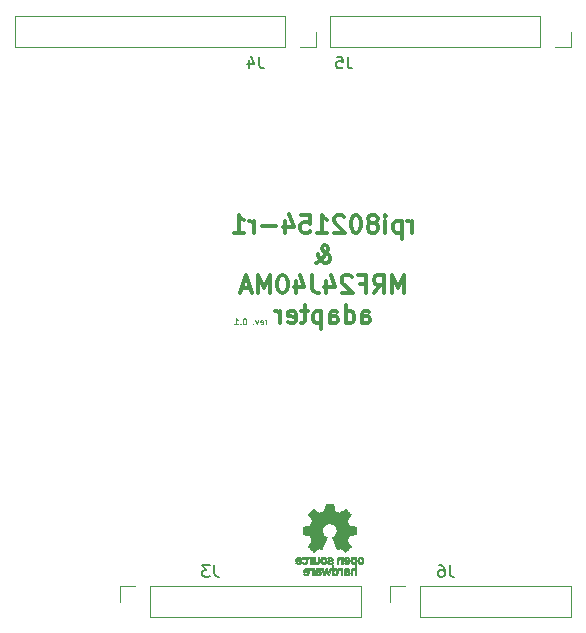
<source format=gbo>
G04 #@! TF.GenerationSoftware,KiCad,Pcbnew,(2018-01-23 revision c95c77c51)-master*
G04 #@! TF.CreationDate,2018-01-29T11:30:05+01:00*
G04 #@! TF.ProjectId,rpi_mrf_radio_shield,7270695F6D72665F726164696F5F7368,rev?*
G04 #@! TF.SameCoordinates,Original*
G04 #@! TF.FileFunction,Legend,Bot*
G04 #@! TF.FilePolarity,Positive*
%FSLAX46Y46*%
G04 Gerber Fmt 4.6, Leading zero omitted, Abs format (unit mm)*
G04 Created by KiCad (PCBNEW (2018-01-23 revision c95c77c51)-master) date Mon Jan 29 11:30:05 2018*
%MOMM*%
%LPD*%
G01*
G04 APERTURE LIST*
%ADD10C,0.125000*%
%ADD11C,0.300000*%
%ADD12C,0.120000*%
%ADD13C,0.010000*%
%ADD14C,0.150000*%
G04 APERTURE END LIST*
D10*
X150236138Y-112641590D02*
X150236138Y-112308257D01*
X150236138Y-112403495D02*
X150212328Y-112355876D01*
X150188519Y-112332066D01*
X150140900Y-112308257D01*
X150093280Y-112308257D01*
X149736138Y-112617780D02*
X149783757Y-112641590D01*
X149878995Y-112641590D01*
X149926614Y-112617780D01*
X149950423Y-112570161D01*
X149950423Y-112379685D01*
X149926614Y-112332066D01*
X149878995Y-112308257D01*
X149783757Y-112308257D01*
X149736138Y-112332066D01*
X149712328Y-112379685D01*
X149712328Y-112427304D01*
X149950423Y-112474923D01*
X149545661Y-112308257D02*
X149426614Y-112641590D01*
X149307566Y-112308257D01*
X149117090Y-112593971D02*
X149093280Y-112617780D01*
X149117090Y-112641590D01*
X149140900Y-112617780D01*
X149117090Y-112593971D01*
X149117090Y-112641590D01*
X148402804Y-112141590D02*
X148355185Y-112141590D01*
X148307566Y-112165400D01*
X148283757Y-112189209D01*
X148259947Y-112236828D01*
X148236138Y-112332066D01*
X148236138Y-112451114D01*
X148259947Y-112546352D01*
X148283757Y-112593971D01*
X148307566Y-112617780D01*
X148355185Y-112641590D01*
X148402804Y-112641590D01*
X148450423Y-112617780D01*
X148474233Y-112593971D01*
X148498042Y-112546352D01*
X148521852Y-112451114D01*
X148521852Y-112332066D01*
X148498042Y-112236828D01*
X148474233Y-112189209D01*
X148450423Y-112165400D01*
X148402804Y-112141590D01*
X148021852Y-112593971D02*
X147998042Y-112617780D01*
X148021852Y-112641590D01*
X148045661Y-112617780D01*
X148021852Y-112593971D01*
X148021852Y-112641590D01*
X147521852Y-112641590D02*
X147807566Y-112641590D01*
X147664709Y-112641590D02*
X147664709Y-112141590D01*
X147712328Y-112213019D01*
X147759947Y-112260638D01*
X147807566Y-112284447D01*
D11*
X162602614Y-104900171D02*
X162602614Y-103900171D01*
X162602614Y-104185885D02*
X162531185Y-104043028D01*
X162459757Y-103971600D01*
X162316900Y-103900171D01*
X162174042Y-103900171D01*
X161674042Y-103900171D02*
X161674042Y-105400171D01*
X161674042Y-103971600D02*
X161531185Y-103900171D01*
X161245471Y-103900171D01*
X161102614Y-103971600D01*
X161031185Y-104043028D01*
X160959757Y-104185885D01*
X160959757Y-104614457D01*
X161031185Y-104757314D01*
X161102614Y-104828742D01*
X161245471Y-104900171D01*
X161531185Y-104900171D01*
X161674042Y-104828742D01*
X160316900Y-104900171D02*
X160316900Y-103900171D01*
X160316900Y-103400171D02*
X160388328Y-103471600D01*
X160316900Y-103543028D01*
X160245471Y-103471600D01*
X160316900Y-103400171D01*
X160316900Y-103543028D01*
X159388328Y-104043028D02*
X159531185Y-103971600D01*
X159602614Y-103900171D01*
X159674042Y-103757314D01*
X159674042Y-103685885D01*
X159602614Y-103543028D01*
X159531185Y-103471600D01*
X159388328Y-103400171D01*
X159102614Y-103400171D01*
X158959757Y-103471600D01*
X158888328Y-103543028D01*
X158816900Y-103685885D01*
X158816900Y-103757314D01*
X158888328Y-103900171D01*
X158959757Y-103971600D01*
X159102614Y-104043028D01*
X159388328Y-104043028D01*
X159531185Y-104114457D01*
X159602614Y-104185885D01*
X159674042Y-104328742D01*
X159674042Y-104614457D01*
X159602614Y-104757314D01*
X159531185Y-104828742D01*
X159388328Y-104900171D01*
X159102614Y-104900171D01*
X158959757Y-104828742D01*
X158888328Y-104757314D01*
X158816900Y-104614457D01*
X158816900Y-104328742D01*
X158888328Y-104185885D01*
X158959757Y-104114457D01*
X159102614Y-104043028D01*
X157888328Y-103400171D02*
X157745471Y-103400171D01*
X157602614Y-103471600D01*
X157531185Y-103543028D01*
X157459757Y-103685885D01*
X157388328Y-103971600D01*
X157388328Y-104328742D01*
X157459757Y-104614457D01*
X157531185Y-104757314D01*
X157602614Y-104828742D01*
X157745471Y-104900171D01*
X157888328Y-104900171D01*
X158031185Y-104828742D01*
X158102614Y-104757314D01*
X158174042Y-104614457D01*
X158245471Y-104328742D01*
X158245471Y-103971600D01*
X158174042Y-103685885D01*
X158102614Y-103543028D01*
X158031185Y-103471600D01*
X157888328Y-103400171D01*
X156816900Y-103543028D02*
X156745471Y-103471600D01*
X156602614Y-103400171D01*
X156245471Y-103400171D01*
X156102614Y-103471600D01*
X156031185Y-103543028D01*
X155959757Y-103685885D01*
X155959757Y-103828742D01*
X156031185Y-104043028D01*
X156888328Y-104900171D01*
X155959757Y-104900171D01*
X154531185Y-104900171D02*
X155388328Y-104900171D01*
X154959757Y-104900171D02*
X154959757Y-103400171D01*
X155102614Y-103614457D01*
X155245471Y-103757314D01*
X155388328Y-103828742D01*
X153174042Y-103400171D02*
X153888328Y-103400171D01*
X153959757Y-104114457D01*
X153888328Y-104043028D01*
X153745471Y-103971600D01*
X153388328Y-103971600D01*
X153245471Y-104043028D01*
X153174042Y-104114457D01*
X153102614Y-104257314D01*
X153102614Y-104614457D01*
X153174042Y-104757314D01*
X153245471Y-104828742D01*
X153388328Y-104900171D01*
X153745471Y-104900171D01*
X153888328Y-104828742D01*
X153959757Y-104757314D01*
X151816900Y-103900171D02*
X151816900Y-104900171D01*
X152174042Y-103328742D02*
X152531185Y-104400171D01*
X151602614Y-104400171D01*
X151031185Y-104328742D02*
X149888328Y-104328742D01*
X149174042Y-104900171D02*
X149174042Y-103900171D01*
X149174042Y-104185885D02*
X149102614Y-104043028D01*
X149031185Y-103971600D01*
X148888328Y-103900171D01*
X148745471Y-103900171D01*
X147459757Y-104900171D02*
X148316900Y-104900171D01*
X147888328Y-104900171D02*
X147888328Y-103400171D01*
X148031185Y-103614457D01*
X148174042Y-103757314D01*
X148316900Y-103828742D01*
X154424042Y-107450171D02*
X154495471Y-107450171D01*
X154638328Y-107378742D01*
X154852614Y-107164457D01*
X155209757Y-106735885D01*
X155352614Y-106521600D01*
X155424042Y-106307314D01*
X155424042Y-106164457D01*
X155352614Y-106021600D01*
X155209757Y-105950171D01*
X155138328Y-105950171D01*
X154995471Y-106021600D01*
X154924042Y-106164457D01*
X154924042Y-106235885D01*
X154995471Y-106378742D01*
X155066900Y-106450171D01*
X155495471Y-106735885D01*
X155566900Y-106807314D01*
X155638328Y-106950171D01*
X155638328Y-107164457D01*
X155566900Y-107307314D01*
X155495471Y-107378742D01*
X155352614Y-107450171D01*
X155138328Y-107450171D01*
X154995471Y-107378742D01*
X154924042Y-107307314D01*
X154709757Y-107021600D01*
X154638328Y-106807314D01*
X154638328Y-106664457D01*
X161888328Y-110000171D02*
X161888328Y-108500171D01*
X161388328Y-109571600D01*
X160888328Y-108500171D01*
X160888328Y-110000171D01*
X159316900Y-110000171D02*
X159816900Y-109285885D01*
X160174042Y-110000171D02*
X160174042Y-108500171D01*
X159602614Y-108500171D01*
X159459757Y-108571600D01*
X159388328Y-108643028D01*
X159316900Y-108785885D01*
X159316900Y-109000171D01*
X159388328Y-109143028D01*
X159459757Y-109214457D01*
X159602614Y-109285885D01*
X160174042Y-109285885D01*
X158174042Y-109214457D02*
X158674042Y-109214457D01*
X158674042Y-110000171D02*
X158674042Y-108500171D01*
X157959757Y-108500171D01*
X157459757Y-108643028D02*
X157388328Y-108571600D01*
X157245471Y-108500171D01*
X156888328Y-108500171D01*
X156745471Y-108571600D01*
X156674042Y-108643028D01*
X156602614Y-108785885D01*
X156602614Y-108928742D01*
X156674042Y-109143028D01*
X157531185Y-110000171D01*
X156602614Y-110000171D01*
X155316900Y-109000171D02*
X155316900Y-110000171D01*
X155674042Y-108428742D02*
X156031185Y-109500171D01*
X155102614Y-109500171D01*
X154102614Y-108500171D02*
X154102614Y-109571600D01*
X154174042Y-109785885D01*
X154316900Y-109928742D01*
X154531185Y-110000171D01*
X154674042Y-110000171D01*
X152745471Y-109000171D02*
X152745471Y-110000171D01*
X153102614Y-108428742D02*
X153459757Y-109500171D01*
X152531185Y-109500171D01*
X151674042Y-108500171D02*
X151531185Y-108500171D01*
X151388328Y-108571600D01*
X151316900Y-108643028D01*
X151245471Y-108785885D01*
X151174042Y-109071600D01*
X151174042Y-109428742D01*
X151245471Y-109714457D01*
X151316900Y-109857314D01*
X151388328Y-109928742D01*
X151531185Y-110000171D01*
X151674042Y-110000171D01*
X151816900Y-109928742D01*
X151888328Y-109857314D01*
X151959757Y-109714457D01*
X152031185Y-109428742D01*
X152031185Y-109071600D01*
X151959757Y-108785885D01*
X151888328Y-108643028D01*
X151816900Y-108571600D01*
X151674042Y-108500171D01*
X150531185Y-110000171D02*
X150531185Y-108500171D01*
X150031185Y-109571600D01*
X149531185Y-108500171D01*
X149531185Y-110000171D01*
X148888328Y-109571600D02*
X148174042Y-109571600D01*
X149031185Y-110000171D02*
X148531185Y-108500171D01*
X148031185Y-110000171D01*
X158316900Y-112550171D02*
X158316900Y-111764457D01*
X158388328Y-111621600D01*
X158531185Y-111550171D01*
X158816900Y-111550171D01*
X158959757Y-111621600D01*
X158316900Y-112478742D02*
X158459757Y-112550171D01*
X158816900Y-112550171D01*
X158959757Y-112478742D01*
X159031185Y-112335885D01*
X159031185Y-112193028D01*
X158959757Y-112050171D01*
X158816900Y-111978742D01*
X158459757Y-111978742D01*
X158316900Y-111907314D01*
X156959757Y-112550171D02*
X156959757Y-111050171D01*
X156959757Y-112478742D02*
X157102614Y-112550171D01*
X157388328Y-112550171D01*
X157531185Y-112478742D01*
X157602614Y-112407314D01*
X157674042Y-112264457D01*
X157674042Y-111835885D01*
X157602614Y-111693028D01*
X157531185Y-111621600D01*
X157388328Y-111550171D01*
X157102614Y-111550171D01*
X156959757Y-111621600D01*
X155602614Y-112550171D02*
X155602614Y-111764457D01*
X155674042Y-111621600D01*
X155816900Y-111550171D01*
X156102614Y-111550171D01*
X156245471Y-111621600D01*
X155602614Y-112478742D02*
X155745471Y-112550171D01*
X156102614Y-112550171D01*
X156245471Y-112478742D01*
X156316900Y-112335885D01*
X156316900Y-112193028D01*
X156245471Y-112050171D01*
X156102614Y-111978742D01*
X155745471Y-111978742D01*
X155602614Y-111907314D01*
X154888328Y-111550171D02*
X154888328Y-113050171D01*
X154888328Y-111621600D02*
X154745471Y-111550171D01*
X154459757Y-111550171D01*
X154316900Y-111621600D01*
X154245471Y-111693028D01*
X154174042Y-111835885D01*
X154174042Y-112264457D01*
X154245471Y-112407314D01*
X154316900Y-112478742D01*
X154459757Y-112550171D01*
X154745471Y-112550171D01*
X154888328Y-112478742D01*
X153745471Y-111550171D02*
X153174042Y-111550171D01*
X153531185Y-111050171D02*
X153531185Y-112335885D01*
X153459757Y-112478742D01*
X153316900Y-112550171D01*
X153174042Y-112550171D01*
X152102614Y-112478742D02*
X152245471Y-112550171D01*
X152531185Y-112550171D01*
X152674042Y-112478742D01*
X152745471Y-112335885D01*
X152745471Y-111764457D01*
X152674042Y-111621600D01*
X152531185Y-111550171D01*
X152245471Y-111550171D01*
X152102614Y-111621600D01*
X152031185Y-111764457D01*
X152031185Y-111907314D01*
X152745471Y-112050171D01*
X151388328Y-112550171D02*
X151388328Y-111550171D01*
X151388328Y-111835885D02*
X151316900Y-111693028D01*
X151245471Y-111621600D01*
X151102614Y-111550171D01*
X150959757Y-111550171D01*
D12*
X176031100Y-134783600D02*
X176031100Y-137443600D01*
X163271100Y-134783600D02*
X176031100Y-134783600D01*
X163271100Y-137443600D02*
X176031100Y-137443600D01*
X163271100Y-134783600D02*
X163271100Y-137443600D01*
X162001100Y-134783600D02*
X160671100Y-134783600D01*
X160671100Y-134783600D02*
X160671100Y-136113600D01*
D13*
G36*
X157479859Y-132350384D02*
X157453347Y-132363482D01*
X157420653Y-132386306D01*
X157396825Y-132411196D01*
X157380506Y-132442449D01*
X157370340Y-132484366D01*
X157364972Y-132541244D01*
X157363044Y-132617384D01*
X157362931Y-132650117D01*
X157363261Y-132721856D01*
X157364627Y-132773127D01*
X157367600Y-132808604D01*
X157372749Y-132832963D01*
X157380643Y-132850880D01*
X157388857Y-132863102D01*
X157441287Y-132915105D01*
X157503030Y-132946384D01*
X157569636Y-132955792D01*
X157636658Y-132942180D01*
X157657892Y-132932554D01*
X157708724Y-132906059D01*
X157708724Y-133321252D01*
X157671625Y-133302068D01*
X157622743Y-133287225D01*
X157562661Y-133283422D01*
X157502664Y-133290443D01*
X157457356Y-133306213D01*
X157419775Y-133336247D01*
X157387664Y-133379224D01*
X157385250Y-133383636D01*
X157375067Y-133404421D01*
X157367630Y-133425370D01*
X157362511Y-133450748D01*
X157359281Y-133484818D01*
X157357513Y-133531841D01*
X157356777Y-133596082D01*
X157356644Y-133668376D01*
X157356644Y-133899022D01*
X157494961Y-133899022D01*
X157494961Y-133473733D01*
X157533649Y-133441179D01*
X157573838Y-133415140D01*
X157611897Y-133410405D01*
X157650166Y-133422589D01*
X157670562Y-133434520D01*
X157685742Y-133451513D01*
X157696538Y-133477195D01*
X157703783Y-133515191D01*
X157708308Y-133569126D01*
X157710944Y-133642625D01*
X157711872Y-133691547D01*
X157715011Y-133892735D01*
X157781026Y-133896536D01*
X157847040Y-133900336D01*
X157847040Y-132651850D01*
X157708724Y-132651850D01*
X157705197Y-132721454D01*
X157693315Y-132769769D01*
X157671120Y-132799831D01*
X157636659Y-132814671D01*
X157601842Y-132817636D01*
X157562429Y-132814228D01*
X157536271Y-132800817D01*
X157519914Y-132783096D01*
X157507037Y-132764035D01*
X157499372Y-132742801D01*
X157495961Y-132713049D01*
X157495849Y-132668436D01*
X157496997Y-132631080D01*
X157499632Y-132574804D01*
X157503556Y-132537858D01*
X157510163Y-132514423D01*
X157520849Y-132498680D01*
X157530933Y-132489580D01*
X157573070Y-132469737D01*
X157622940Y-132466532D01*
X157651576Y-132473368D01*
X157679928Y-132497664D01*
X157698709Y-132544928D01*
X157707812Y-132614824D01*
X157708724Y-132651850D01*
X157847040Y-132651850D01*
X157847040Y-132339814D01*
X157777882Y-132339814D01*
X157736360Y-132341456D01*
X157714938Y-132347287D01*
X157708726Y-132358661D01*
X157708724Y-132358998D01*
X157705842Y-132370138D01*
X157693130Y-132368873D01*
X157667857Y-132356633D01*
X157608969Y-132337907D01*
X157542715Y-132335939D01*
X157479859Y-132350384D01*
X157479859Y-132350384D01*
G37*
X157479859Y-132350384D02*
X157453347Y-132363482D01*
X157420653Y-132386306D01*
X157396825Y-132411196D01*
X157380506Y-132442449D01*
X157370340Y-132484366D01*
X157364972Y-132541244D01*
X157363044Y-132617384D01*
X157362931Y-132650117D01*
X157363261Y-132721856D01*
X157364627Y-132773127D01*
X157367600Y-132808604D01*
X157372749Y-132832963D01*
X157380643Y-132850880D01*
X157388857Y-132863102D01*
X157441287Y-132915105D01*
X157503030Y-132946384D01*
X157569636Y-132955792D01*
X157636658Y-132942180D01*
X157657892Y-132932554D01*
X157708724Y-132906059D01*
X157708724Y-133321252D01*
X157671625Y-133302068D01*
X157622743Y-133287225D01*
X157562661Y-133283422D01*
X157502664Y-133290443D01*
X157457356Y-133306213D01*
X157419775Y-133336247D01*
X157387664Y-133379224D01*
X157385250Y-133383636D01*
X157375067Y-133404421D01*
X157367630Y-133425370D01*
X157362511Y-133450748D01*
X157359281Y-133484818D01*
X157357513Y-133531841D01*
X157356777Y-133596082D01*
X157356644Y-133668376D01*
X157356644Y-133899022D01*
X157494961Y-133899022D01*
X157494961Y-133473733D01*
X157533649Y-133441179D01*
X157573838Y-133415140D01*
X157611897Y-133410405D01*
X157650166Y-133422589D01*
X157670562Y-133434520D01*
X157685742Y-133451513D01*
X157696538Y-133477195D01*
X157703783Y-133515191D01*
X157708308Y-133569126D01*
X157710944Y-133642625D01*
X157711872Y-133691547D01*
X157715011Y-133892735D01*
X157781026Y-133896536D01*
X157847040Y-133900336D01*
X157847040Y-132651850D01*
X157708724Y-132651850D01*
X157705197Y-132721454D01*
X157693315Y-132769769D01*
X157671120Y-132799831D01*
X157636659Y-132814671D01*
X157601842Y-132817636D01*
X157562429Y-132814228D01*
X157536271Y-132800817D01*
X157519914Y-132783096D01*
X157507037Y-132764035D01*
X157499372Y-132742801D01*
X157495961Y-132713049D01*
X157495849Y-132668436D01*
X157496997Y-132631080D01*
X157499632Y-132574804D01*
X157503556Y-132537858D01*
X157510163Y-132514423D01*
X157520849Y-132498680D01*
X157530933Y-132489580D01*
X157573070Y-132469737D01*
X157622940Y-132466532D01*
X157651576Y-132473368D01*
X157679928Y-132497664D01*
X157698709Y-132544928D01*
X157707812Y-132614824D01*
X157708724Y-132651850D01*
X157847040Y-132651850D01*
X157847040Y-132339814D01*
X157777882Y-132339814D01*
X157736360Y-132341456D01*
X157714938Y-132347287D01*
X157708726Y-132358661D01*
X157708724Y-132358998D01*
X157705842Y-132370138D01*
X157693130Y-132368873D01*
X157667857Y-132356633D01*
X157608969Y-132337907D01*
X157542715Y-132335939D01*
X157479859Y-132350384D01*
G36*
X156955310Y-133287755D02*
X156896155Y-133303539D01*
X156851123Y-133332148D01*
X156819346Y-133369619D01*
X156809466Y-133385611D01*
X156802173Y-133402363D01*
X156797074Y-133423792D01*
X156793779Y-133453816D01*
X156791897Y-133496354D01*
X156791037Y-133555322D01*
X156790807Y-133634640D01*
X156790803Y-133655684D01*
X156790803Y-133899022D01*
X156851159Y-133899022D01*
X156889657Y-133896326D01*
X156918123Y-133889495D01*
X156925255Y-133885283D01*
X156944752Y-133878013D01*
X156964666Y-133885283D01*
X156997453Y-133894360D01*
X157045078Y-133898013D01*
X157097864Y-133896428D01*
X157146136Y-133889789D01*
X157174318Y-133881272D01*
X157228853Y-133846263D01*
X157262935Y-133797679D01*
X157278257Y-133733082D01*
X157278399Y-133731423D01*
X157277055Y-133702766D01*
X157155456Y-133702766D01*
X157144826Y-133735361D01*
X157127510Y-133753705D01*
X157092752Y-133767579D01*
X157046873Y-133773117D01*
X157000088Y-133770391D01*
X156962614Y-133759474D01*
X156952115Y-133752469D01*
X156933768Y-133720104D01*
X156929120Y-133683311D01*
X156929120Y-133634963D01*
X156998682Y-133634963D01*
X157064767Y-133640050D01*
X157114864Y-133654463D01*
X157146029Y-133676929D01*
X157155456Y-133702766D01*
X157277055Y-133702766D01*
X157275087Y-133660847D01*
X157251810Y-133605045D01*
X157208048Y-133562847D01*
X157201999Y-133559008D01*
X157176007Y-133546509D01*
X157143835Y-133538940D01*
X157098860Y-133535261D01*
X157045431Y-133534416D01*
X156929120Y-133534369D01*
X156929120Y-133485611D01*
X156934053Y-133447781D01*
X156946643Y-133422436D01*
X156948117Y-133421087D01*
X156976134Y-133410000D01*
X157018426Y-133405703D01*
X157065164Y-133407815D01*
X157106518Y-133415956D01*
X157131057Y-133428165D01*
X157144353Y-133437946D01*
X157158394Y-133439813D01*
X157177771Y-133431800D01*
X157207076Y-133411939D01*
X157250903Y-133378263D01*
X157254925Y-133375109D01*
X157252864Y-133363436D01*
X157235668Y-133344022D01*
X157209533Y-133322448D01*
X157180652Y-133304296D01*
X157171578Y-133300009D01*
X157138480Y-133291456D01*
X157089980Y-133285355D01*
X157035795Y-133282908D01*
X157033261Y-133282903D01*
X156955310Y-133287755D01*
X156955310Y-133287755D01*
G37*
X156955310Y-133287755D02*
X156896155Y-133303539D01*
X156851123Y-133332148D01*
X156819346Y-133369619D01*
X156809466Y-133385611D01*
X156802173Y-133402363D01*
X156797074Y-133423792D01*
X156793779Y-133453816D01*
X156791897Y-133496354D01*
X156791037Y-133555322D01*
X156790807Y-133634640D01*
X156790803Y-133655684D01*
X156790803Y-133899022D01*
X156851159Y-133899022D01*
X156889657Y-133896326D01*
X156918123Y-133889495D01*
X156925255Y-133885283D01*
X156944752Y-133878013D01*
X156964666Y-133885283D01*
X156997453Y-133894360D01*
X157045078Y-133898013D01*
X157097864Y-133896428D01*
X157146136Y-133889789D01*
X157174318Y-133881272D01*
X157228853Y-133846263D01*
X157262935Y-133797679D01*
X157278257Y-133733082D01*
X157278399Y-133731423D01*
X157277055Y-133702766D01*
X157155456Y-133702766D01*
X157144826Y-133735361D01*
X157127510Y-133753705D01*
X157092752Y-133767579D01*
X157046873Y-133773117D01*
X157000088Y-133770391D01*
X156962614Y-133759474D01*
X156952115Y-133752469D01*
X156933768Y-133720104D01*
X156929120Y-133683311D01*
X156929120Y-133634963D01*
X156998682Y-133634963D01*
X157064767Y-133640050D01*
X157114864Y-133654463D01*
X157146029Y-133676929D01*
X157155456Y-133702766D01*
X157277055Y-133702766D01*
X157275087Y-133660847D01*
X157251810Y-133605045D01*
X157208048Y-133562847D01*
X157201999Y-133559008D01*
X157176007Y-133546509D01*
X157143835Y-133538940D01*
X157098860Y-133535261D01*
X157045431Y-133534416D01*
X156929120Y-133534369D01*
X156929120Y-133485611D01*
X156934053Y-133447781D01*
X156946643Y-133422436D01*
X156948117Y-133421087D01*
X156976134Y-133410000D01*
X157018426Y-133405703D01*
X157065164Y-133407815D01*
X157106518Y-133415956D01*
X157131057Y-133428165D01*
X157144353Y-133437946D01*
X157158394Y-133439813D01*
X157177771Y-133431800D01*
X157207076Y-133411939D01*
X157250903Y-133378263D01*
X157254925Y-133375109D01*
X157252864Y-133363436D01*
X157235668Y-133344022D01*
X157209533Y-133322448D01*
X157180652Y-133304296D01*
X157171578Y-133300009D01*
X157138480Y-133291456D01*
X157089980Y-133285355D01*
X157035795Y-133282908D01*
X157033261Y-133282903D01*
X156955310Y-133287755D01*
G36*
X156564456Y-133284220D02*
X156545639Y-133289860D01*
X156539573Y-133302253D01*
X156539318Y-133307847D01*
X156538229Y-133323430D01*
X156530732Y-133325876D01*
X156510481Y-133315193D01*
X156498451Y-133307894D01*
X156460500Y-133292263D01*
X156415172Y-133284534D01*
X156367644Y-133283940D01*
X156323095Y-133289713D01*
X156286702Y-133301084D01*
X156263643Y-133317288D01*
X156259096Y-133337555D01*
X156261391Y-133343043D01*
X156278120Y-133365826D01*
X156304063Y-133393847D01*
X156308755Y-133398377D01*
X156333483Y-133419205D01*
X156354818Y-133425935D01*
X156384655Y-133421238D01*
X156396608Y-133418117D01*
X156433805Y-133410621D01*
X156459959Y-133413992D01*
X156482046Y-133425881D01*
X156502278Y-133441835D01*
X156517179Y-133461900D01*
X156527534Y-133489902D01*
X156534129Y-133529667D01*
X156537749Y-133585023D01*
X156539178Y-133659794D01*
X156539318Y-133704940D01*
X156539318Y-133899022D01*
X156665060Y-133899022D01*
X156665060Y-133282883D01*
X156602189Y-133282883D01*
X156564456Y-133284220D01*
X156564456Y-133284220D01*
G37*
X156564456Y-133284220D02*
X156545639Y-133289860D01*
X156539573Y-133302253D01*
X156539318Y-133307847D01*
X156538229Y-133323430D01*
X156530732Y-133325876D01*
X156510481Y-133315193D01*
X156498451Y-133307894D01*
X156460500Y-133292263D01*
X156415172Y-133284534D01*
X156367644Y-133283940D01*
X156323095Y-133289713D01*
X156286702Y-133301084D01*
X156263643Y-133317288D01*
X156259096Y-133337555D01*
X156261391Y-133343043D01*
X156278120Y-133365826D01*
X156304063Y-133393847D01*
X156308755Y-133398377D01*
X156333483Y-133419205D01*
X156354818Y-133425935D01*
X156384655Y-133421238D01*
X156396608Y-133418117D01*
X156433805Y-133410621D01*
X156459959Y-133413992D01*
X156482046Y-133425881D01*
X156502278Y-133441835D01*
X156517179Y-133461900D01*
X156527534Y-133489902D01*
X156534129Y-133529667D01*
X156537749Y-133585023D01*
X156539178Y-133659794D01*
X156539318Y-133704940D01*
X156539318Y-133899022D01*
X156665060Y-133899022D01*
X156665060Y-133282883D01*
X156602189Y-133282883D01*
X156564456Y-133284220D01*
G36*
X155772288Y-133899022D02*
X155841446Y-133899022D01*
X155881588Y-133897845D01*
X155902494Y-133892972D01*
X155910022Y-133882386D01*
X155910605Y-133875229D01*
X155911874Y-133860876D01*
X155919879Y-133858123D01*
X155940915Y-133866971D01*
X155957273Y-133875229D01*
X156020077Y-133894797D01*
X156088348Y-133895929D01*
X156143852Y-133881335D01*
X156195538Y-133846077D01*
X156234938Y-133794035D01*
X156256513Y-133732650D01*
X156257062Y-133729218D01*
X156260267Y-133691771D01*
X156261861Y-133638013D01*
X156261733Y-133597355D01*
X156124379Y-133597355D01*
X156121197Y-133651394D01*
X156113959Y-133695935D01*
X156104160Y-133721088D01*
X156067089Y-133755460D01*
X156023074Y-133767782D01*
X155977684Y-133757818D01*
X155938897Y-133728095D01*
X155924208Y-133708105D01*
X155915619Y-133684250D01*
X155911596Y-133649430D01*
X155910605Y-133597130D01*
X155912378Y-133545339D01*
X155917063Y-133499834D01*
X155923703Y-133469381D01*
X155924810Y-133466652D01*
X155951591Y-133434200D01*
X155990679Y-133416383D01*
X156034415Y-133413506D01*
X156075138Y-133425874D01*
X156105187Y-133453793D01*
X156108304Y-133459348D01*
X156118061Y-133493222D01*
X156123377Y-133541928D01*
X156124379Y-133597355D01*
X156261733Y-133597355D01*
X156261668Y-133576740D01*
X156260764Y-133543763D01*
X156254614Y-133462181D01*
X156241833Y-133400930D01*
X156220571Y-133355649D01*
X156188978Y-133321979D01*
X156158307Y-133302214D01*
X156115454Y-133288320D01*
X156062156Y-133283554D01*
X156007580Y-133287436D01*
X155960892Y-133299482D01*
X155936224Y-133313893D01*
X155910605Y-133337078D01*
X155910605Y-133043973D01*
X155772288Y-133043973D01*
X155772288Y-133899022D01*
X155772288Y-133899022D01*
G37*
X155772288Y-133899022D02*
X155841446Y-133899022D01*
X155881588Y-133897845D01*
X155902494Y-133892972D01*
X155910022Y-133882386D01*
X155910605Y-133875229D01*
X155911874Y-133860876D01*
X155919879Y-133858123D01*
X155940915Y-133866971D01*
X155957273Y-133875229D01*
X156020077Y-133894797D01*
X156088348Y-133895929D01*
X156143852Y-133881335D01*
X156195538Y-133846077D01*
X156234938Y-133794035D01*
X156256513Y-133732650D01*
X156257062Y-133729218D01*
X156260267Y-133691771D01*
X156261861Y-133638013D01*
X156261733Y-133597355D01*
X156124379Y-133597355D01*
X156121197Y-133651394D01*
X156113959Y-133695935D01*
X156104160Y-133721088D01*
X156067089Y-133755460D01*
X156023074Y-133767782D01*
X155977684Y-133757818D01*
X155938897Y-133728095D01*
X155924208Y-133708105D01*
X155915619Y-133684250D01*
X155911596Y-133649430D01*
X155910605Y-133597130D01*
X155912378Y-133545339D01*
X155917063Y-133499834D01*
X155923703Y-133469381D01*
X155924810Y-133466652D01*
X155951591Y-133434200D01*
X155990679Y-133416383D01*
X156034415Y-133413506D01*
X156075138Y-133425874D01*
X156105187Y-133453793D01*
X156108304Y-133459348D01*
X156118061Y-133493222D01*
X156123377Y-133541928D01*
X156124379Y-133597355D01*
X156261733Y-133597355D01*
X156261668Y-133576740D01*
X156260764Y-133543763D01*
X156254614Y-133462181D01*
X156241833Y-133400930D01*
X156220571Y-133355649D01*
X156188978Y-133321979D01*
X156158307Y-133302214D01*
X156115454Y-133288320D01*
X156062156Y-133283554D01*
X156007580Y-133287436D01*
X155960892Y-133299482D01*
X155936224Y-133313893D01*
X155910605Y-133337078D01*
X155910605Y-133043973D01*
X155772288Y-133043973D01*
X155772288Y-133899022D01*
G36*
X155289576Y-133285437D02*
X155239845Y-133289171D01*
X155109809Y-133678973D01*
X155089422Y-133609814D01*
X155077154Y-133567074D01*
X155061015Y-133509315D01*
X155043588Y-133445825D01*
X155034374Y-133411770D01*
X154999712Y-133282883D01*
X154856709Y-133282883D01*
X154899454Y-133418057D01*
X154920504Y-133484542D01*
X154945933Y-133564739D01*
X154972490Y-133648393D01*
X154996198Y-133722982D01*
X155050198Y-133892735D01*
X155108502Y-133896528D01*
X155166805Y-133900322D01*
X155198421Y-133795934D01*
X155217918Y-133731089D01*
X155239196Y-133659600D01*
X155257792Y-133596463D01*
X155258526Y-133593950D01*
X155272416Y-133551169D01*
X155284671Y-133521979D01*
X155293254Y-133510941D01*
X155295018Y-133512218D01*
X155301209Y-133529330D01*
X155312972Y-133565987D01*
X155328875Y-133617578D01*
X155347486Y-133679494D01*
X155357557Y-133713552D01*
X155412093Y-133899022D01*
X155527836Y-133899022D01*
X155620363Y-133606671D01*
X155646356Y-133524662D01*
X155670034Y-133450187D01*
X155690280Y-133386744D01*
X155705974Y-133337832D01*
X155715998Y-133306949D01*
X155719045Y-133297926D01*
X155716633Y-133288687D01*
X155697692Y-133284641D01*
X155658277Y-133285046D01*
X155652107Y-133285352D01*
X155579014Y-133289171D01*
X155531143Y-133465210D01*
X155513547Y-133529411D01*
X155497823Y-133585849D01*
X155485354Y-133629622D01*
X155477526Y-133655830D01*
X155476080Y-133660103D01*
X155470086Y-133655190D01*
X155457999Y-133629732D01*
X155441207Y-133587197D01*
X155421097Y-133531050D01*
X155404097Y-133480330D01*
X155339306Y-133281704D01*
X155289576Y-133285437D01*
X155289576Y-133285437D01*
G37*
X155289576Y-133285437D02*
X155239845Y-133289171D01*
X155109809Y-133678973D01*
X155089422Y-133609814D01*
X155077154Y-133567074D01*
X155061015Y-133509315D01*
X155043588Y-133445825D01*
X155034374Y-133411770D01*
X154999712Y-133282883D01*
X154856709Y-133282883D01*
X154899454Y-133418057D01*
X154920504Y-133484542D01*
X154945933Y-133564739D01*
X154972490Y-133648393D01*
X154996198Y-133722982D01*
X155050198Y-133892735D01*
X155108502Y-133896528D01*
X155166805Y-133900322D01*
X155198421Y-133795934D01*
X155217918Y-133731089D01*
X155239196Y-133659600D01*
X155257792Y-133596463D01*
X155258526Y-133593950D01*
X155272416Y-133551169D01*
X155284671Y-133521979D01*
X155293254Y-133510941D01*
X155295018Y-133512218D01*
X155301209Y-133529330D01*
X155312972Y-133565987D01*
X155328875Y-133617578D01*
X155347486Y-133679494D01*
X155357557Y-133713552D01*
X155412093Y-133899022D01*
X155527836Y-133899022D01*
X155620363Y-133606671D01*
X155646356Y-133524662D01*
X155670034Y-133450187D01*
X155690280Y-133386744D01*
X155705974Y-133337832D01*
X155715998Y-133306949D01*
X155719045Y-133297926D01*
X155716633Y-133288687D01*
X155697692Y-133284641D01*
X155658277Y-133285046D01*
X155652107Y-133285352D01*
X155579014Y-133289171D01*
X155531143Y-133465210D01*
X155513547Y-133529411D01*
X155497823Y-133585849D01*
X155485354Y-133629622D01*
X155477526Y-133655830D01*
X155476080Y-133660103D01*
X155470086Y-133655190D01*
X155457999Y-133629732D01*
X155441207Y-133587197D01*
X155421097Y-133531050D01*
X155404097Y-133480330D01*
X155339306Y-133281704D01*
X155289576Y-133285437D01*
G36*
X154532689Y-133286617D02*
X154479689Y-133299490D01*
X154464369Y-133306310D01*
X154434672Y-133324174D01*
X154411880Y-133344293D01*
X154395017Y-133370162D01*
X154383102Y-133405273D01*
X154375158Y-133453120D01*
X154370206Y-133517196D01*
X154367269Y-133600994D01*
X154366153Y-133656968D01*
X154362048Y-133899022D01*
X154432168Y-133899022D01*
X154474707Y-133897238D01*
X154496624Y-133891142D01*
X154502288Y-133880906D01*
X154505279Y-133869837D01*
X154518649Y-133871954D01*
X154536867Y-133880829D01*
X154582476Y-133894433D01*
X154641093Y-133898099D01*
X154702746Y-133892103D01*
X154757462Y-133876721D01*
X154762370Y-133874586D01*
X154812377Y-133839455D01*
X154845344Y-133790619D01*
X154860513Y-133733533D01*
X154859354Y-133713024D01*
X154735592Y-133713024D01*
X154724687Y-133740625D01*
X154692355Y-133760404D01*
X154640190Y-133771019D01*
X154612313Y-133772428D01*
X154565853Y-133768820D01*
X154534971Y-133754797D01*
X154527436Y-133748131D01*
X154507024Y-133711866D01*
X154502288Y-133678973D01*
X154502288Y-133634963D01*
X154563587Y-133634963D01*
X154634844Y-133638595D01*
X154684824Y-133650018D01*
X154716404Y-133670024D01*
X154723474Y-133678943D01*
X154735592Y-133713024D01*
X154859354Y-133713024D01*
X154857129Y-133673656D01*
X154834437Y-133616444D01*
X154803476Y-133577780D01*
X154784724Y-133561064D01*
X154766367Y-133550078D01*
X154742481Y-133543380D01*
X154707143Y-133539526D01*
X154654431Y-133537073D01*
X154633523Y-133536368D01*
X154502288Y-133532079D01*
X154502480Y-133492358D01*
X154507563Y-133450605D01*
X154525938Y-133425358D01*
X154563061Y-133409230D01*
X154564057Y-133408942D01*
X154616690Y-133402600D01*
X154668194Y-133410884D01*
X154706470Y-133431027D01*
X154721828Y-133440973D01*
X154738370Y-133439597D01*
X154763825Y-133425187D01*
X154778772Y-133415017D01*
X154808009Y-133393288D01*
X154826120Y-133377000D01*
X154829026Y-133372337D01*
X154817060Y-133348205D01*
X154781704Y-133319385D01*
X154766347Y-133309661D01*
X154722199Y-133292914D01*
X154662702Y-133283427D01*
X154596613Y-133281295D01*
X154532689Y-133286617D01*
X154532689Y-133286617D01*
G37*
X154532689Y-133286617D02*
X154479689Y-133299490D01*
X154464369Y-133306310D01*
X154434672Y-133324174D01*
X154411880Y-133344293D01*
X154395017Y-133370162D01*
X154383102Y-133405273D01*
X154375158Y-133453120D01*
X154370206Y-133517196D01*
X154367269Y-133600994D01*
X154366153Y-133656968D01*
X154362048Y-133899022D01*
X154432168Y-133899022D01*
X154474707Y-133897238D01*
X154496624Y-133891142D01*
X154502288Y-133880906D01*
X154505279Y-133869837D01*
X154518649Y-133871954D01*
X154536867Y-133880829D01*
X154582476Y-133894433D01*
X154641093Y-133898099D01*
X154702746Y-133892103D01*
X154757462Y-133876721D01*
X154762370Y-133874586D01*
X154812377Y-133839455D01*
X154845344Y-133790619D01*
X154860513Y-133733533D01*
X154859354Y-133713024D01*
X154735592Y-133713024D01*
X154724687Y-133740625D01*
X154692355Y-133760404D01*
X154640190Y-133771019D01*
X154612313Y-133772428D01*
X154565853Y-133768820D01*
X154534971Y-133754797D01*
X154527436Y-133748131D01*
X154507024Y-133711866D01*
X154502288Y-133678973D01*
X154502288Y-133634963D01*
X154563587Y-133634963D01*
X154634844Y-133638595D01*
X154684824Y-133650018D01*
X154716404Y-133670024D01*
X154723474Y-133678943D01*
X154735592Y-133713024D01*
X154859354Y-133713024D01*
X154857129Y-133673656D01*
X154834437Y-133616444D01*
X154803476Y-133577780D01*
X154784724Y-133561064D01*
X154766367Y-133550078D01*
X154742481Y-133543380D01*
X154707143Y-133539526D01*
X154654431Y-133537073D01*
X154633523Y-133536368D01*
X154502288Y-133532079D01*
X154502480Y-133492358D01*
X154507563Y-133450605D01*
X154525938Y-133425358D01*
X154563061Y-133409230D01*
X154564057Y-133408942D01*
X154616690Y-133402600D01*
X154668194Y-133410884D01*
X154706470Y-133431027D01*
X154721828Y-133440973D01*
X154738370Y-133439597D01*
X154763825Y-133425187D01*
X154778772Y-133415017D01*
X154808009Y-133393288D01*
X154826120Y-133377000D01*
X154829026Y-133372337D01*
X154817060Y-133348205D01*
X154781704Y-133319385D01*
X154766347Y-133309661D01*
X154722199Y-133292914D01*
X154662702Y-133283427D01*
X154596613Y-133281295D01*
X154532689Y-133286617D01*
G36*
X153935845Y-133282686D02*
X153887505Y-133292215D01*
X153859986Y-133306325D01*
X153831036Y-133329768D01*
X153872224Y-133381771D01*
X153897618Y-133413264D01*
X153914862Y-133428628D01*
X153931998Y-133430976D01*
X153957073Y-133423417D01*
X153968843Y-133419141D01*
X154016830Y-133412831D01*
X154060776Y-133426356D01*
X154093040Y-133456910D01*
X154098281Y-133466652D01*
X154103988Y-133492458D01*
X154108394Y-133540017D01*
X154111289Y-133605958D01*
X154112469Y-133686910D01*
X154112486Y-133698426D01*
X154112486Y-133899022D01*
X154250803Y-133899022D01*
X154250803Y-133282883D01*
X154181644Y-133282883D01*
X154141767Y-133283925D01*
X154120993Y-133288558D01*
X154113311Y-133299049D01*
X154112486Y-133308945D01*
X154112486Y-133335006D01*
X154079355Y-133308945D01*
X154041365Y-133291165D01*
X153990330Y-133282374D01*
X153935845Y-133282686D01*
X153935845Y-133282686D01*
G37*
X153935845Y-133282686D02*
X153887505Y-133292215D01*
X153859986Y-133306325D01*
X153831036Y-133329768D01*
X153872224Y-133381771D01*
X153897618Y-133413264D01*
X153914862Y-133428628D01*
X153931998Y-133430976D01*
X153957073Y-133423417D01*
X153968843Y-133419141D01*
X154016830Y-133412831D01*
X154060776Y-133426356D01*
X154093040Y-133456910D01*
X154098281Y-133466652D01*
X154103988Y-133492458D01*
X154108394Y-133540017D01*
X154111289Y-133605958D01*
X154112469Y-133686910D01*
X154112486Y-133698426D01*
X154112486Y-133899022D01*
X154250803Y-133899022D01*
X154250803Y-133282883D01*
X154181644Y-133282883D01*
X154141767Y-133283925D01*
X154120993Y-133288558D01*
X154113311Y-133299049D01*
X154112486Y-133308945D01*
X154112486Y-133335006D01*
X154079355Y-133308945D01*
X154041365Y-133291165D01*
X153990330Y-133282374D01*
X153935845Y-133282686D01*
G36*
X153538519Y-133286170D02*
X153478415Y-133301797D01*
X153428079Y-133334048D01*
X153403707Y-133358140D01*
X153363755Y-133415095D01*
X153340858Y-133481165D01*
X153332992Y-133562382D01*
X153332952Y-133568948D01*
X153332882Y-133634963D01*
X153712836Y-133634963D01*
X153704737Y-133669542D01*
X153690113Y-133700859D01*
X153664519Y-133733491D01*
X153659165Y-133738700D01*
X153613157Y-133766894D01*
X153560690Y-133771675D01*
X153500297Y-133753126D01*
X153490060Y-133748131D01*
X153458661Y-133732945D01*
X153437630Y-133724294D01*
X153433961Y-133723493D01*
X153421152Y-133731263D01*
X153396722Y-133750272D01*
X153384321Y-133760660D01*
X153358624Y-133784521D01*
X153350185Y-133800277D01*
X153356042Y-133814771D01*
X153359172Y-133818734D01*
X153380375Y-133836079D01*
X153415362Y-133857159D01*
X153439763Y-133869465D01*
X153509028Y-133891146D01*
X153585712Y-133898171D01*
X153658335Y-133889847D01*
X153678674Y-133883886D01*
X153741624Y-133850152D01*
X153788285Y-133798245D01*
X153818927Y-133727659D01*
X153833818Y-133637892D01*
X153835453Y-133590953D01*
X153830679Y-133522613D01*
X153710110Y-133522613D01*
X153698448Y-133527665D01*
X153667102Y-133531629D01*
X153621529Y-133533968D01*
X153590654Y-133534369D01*
X153535119Y-133533983D01*
X153500067Y-133532175D01*
X153480838Y-133527973D01*
X153472770Y-133520403D01*
X153471199Y-133509418D01*
X153481979Y-133475581D01*
X153509120Y-133442140D01*
X153544823Y-133416472D01*
X153580540Y-133405972D01*
X153629052Y-133415286D01*
X153671047Y-133442213D01*
X153700164Y-133481027D01*
X153710110Y-133522613D01*
X153830679Y-133522613D01*
X153828501Y-133491436D01*
X153807045Y-133412149D01*
X153770630Y-133352463D01*
X153718803Y-133311749D01*
X153651110Y-133289379D01*
X153614438Y-133285071D01*
X153538519Y-133286170D01*
X153538519Y-133286170D01*
G37*
X153538519Y-133286170D02*
X153478415Y-133301797D01*
X153428079Y-133334048D01*
X153403707Y-133358140D01*
X153363755Y-133415095D01*
X153340858Y-133481165D01*
X153332992Y-133562382D01*
X153332952Y-133568948D01*
X153332882Y-133634963D01*
X153712836Y-133634963D01*
X153704737Y-133669542D01*
X153690113Y-133700859D01*
X153664519Y-133733491D01*
X153659165Y-133738700D01*
X153613157Y-133766894D01*
X153560690Y-133771675D01*
X153500297Y-133753126D01*
X153490060Y-133748131D01*
X153458661Y-133732945D01*
X153437630Y-133724294D01*
X153433961Y-133723493D01*
X153421152Y-133731263D01*
X153396722Y-133750272D01*
X153384321Y-133760660D01*
X153358624Y-133784521D01*
X153350185Y-133800277D01*
X153356042Y-133814771D01*
X153359172Y-133818734D01*
X153380375Y-133836079D01*
X153415362Y-133857159D01*
X153439763Y-133869465D01*
X153509028Y-133891146D01*
X153585712Y-133898171D01*
X153658335Y-133889847D01*
X153678674Y-133883886D01*
X153741624Y-133850152D01*
X153788285Y-133798245D01*
X153818927Y-133727659D01*
X153833818Y-133637892D01*
X153835453Y-133590953D01*
X153830679Y-133522613D01*
X153710110Y-133522613D01*
X153698448Y-133527665D01*
X153667102Y-133531629D01*
X153621529Y-133533968D01*
X153590654Y-133534369D01*
X153535119Y-133533983D01*
X153500067Y-133532175D01*
X153480838Y-133527973D01*
X153472770Y-133520403D01*
X153471199Y-133509418D01*
X153481979Y-133475581D01*
X153509120Y-133442140D01*
X153544823Y-133416472D01*
X153580540Y-133405972D01*
X153629052Y-133415286D01*
X153671047Y-133442213D01*
X153700164Y-133481027D01*
X153710110Y-133522613D01*
X153830679Y-133522613D01*
X153828501Y-133491436D01*
X153807045Y-133412149D01*
X153770630Y-133352463D01*
X153718803Y-133311749D01*
X153651110Y-133289379D01*
X153614438Y-133285071D01*
X153538519Y-133286170D01*
G36*
X158109361Y-132346348D02*
X158043579Y-132375431D01*
X157993640Y-132423993D01*
X157959474Y-132492108D01*
X157941007Y-132579851D01*
X157939683Y-132593551D01*
X157938646Y-132690139D01*
X157952093Y-132774802D01*
X157979208Y-132843421D01*
X157993727Y-132865494D01*
X158044301Y-132912211D01*
X158108709Y-132942468D01*
X158180766Y-132955024D01*
X158254285Y-132948639D01*
X158310172Y-132928972D01*
X158358232Y-132895829D01*
X158397512Y-132852375D01*
X158398192Y-132851358D01*
X158414144Y-132824538D01*
X158424510Y-132797568D01*
X158430788Y-132763532D01*
X158434473Y-132715510D01*
X158436097Y-132676131D01*
X158436772Y-132640419D01*
X158311055Y-132640419D01*
X158309826Y-132675970D01*
X158305366Y-132723294D01*
X158297497Y-132753665D01*
X158283307Y-132775272D01*
X158270017Y-132787894D01*
X158222902Y-132814322D01*
X158173605Y-132817853D01*
X158127693Y-132798839D01*
X158104738Y-132777531D01*
X158088196Y-132756059D01*
X158078521Y-132735513D01*
X158074274Y-132708774D01*
X158074020Y-132668723D01*
X158075328Y-132631838D01*
X158078143Y-132579147D01*
X158082605Y-132544972D01*
X158090648Y-132522680D01*
X158104203Y-132505642D01*
X158114945Y-132495903D01*
X158159877Y-132470323D01*
X158208349Y-132469047D01*
X158248994Y-132484199D01*
X158283667Y-132515842D01*
X158304324Y-132567820D01*
X158311055Y-132640419D01*
X158436772Y-132640419D01*
X158437579Y-132597821D01*
X158435048Y-132539256D01*
X158427462Y-132495207D01*
X158413781Y-132460448D01*
X158392965Y-132429751D01*
X158385247Y-132420636D01*
X158336989Y-132375221D01*
X158285228Y-132348693D01*
X158221928Y-132337579D01*
X158191061Y-132336671D01*
X158109361Y-132346348D01*
X158109361Y-132346348D01*
G37*
X158109361Y-132346348D02*
X158043579Y-132375431D01*
X157993640Y-132423993D01*
X157959474Y-132492108D01*
X157941007Y-132579851D01*
X157939683Y-132593551D01*
X157938646Y-132690139D01*
X157952093Y-132774802D01*
X157979208Y-132843421D01*
X157993727Y-132865494D01*
X158044301Y-132912211D01*
X158108709Y-132942468D01*
X158180766Y-132955024D01*
X158254285Y-132948639D01*
X158310172Y-132928972D01*
X158358232Y-132895829D01*
X158397512Y-132852375D01*
X158398192Y-132851358D01*
X158414144Y-132824538D01*
X158424510Y-132797568D01*
X158430788Y-132763532D01*
X158434473Y-132715510D01*
X158436097Y-132676131D01*
X158436772Y-132640419D01*
X158311055Y-132640419D01*
X158309826Y-132675970D01*
X158305366Y-132723294D01*
X158297497Y-132753665D01*
X158283307Y-132775272D01*
X158270017Y-132787894D01*
X158222902Y-132814322D01*
X158173605Y-132817853D01*
X158127693Y-132798839D01*
X158104738Y-132777531D01*
X158088196Y-132756059D01*
X158078521Y-132735513D01*
X158074274Y-132708774D01*
X158074020Y-132668723D01*
X158075328Y-132631838D01*
X158078143Y-132579147D01*
X158082605Y-132544972D01*
X158090648Y-132522680D01*
X158104203Y-132505642D01*
X158114945Y-132495903D01*
X158159877Y-132470323D01*
X158208349Y-132469047D01*
X158248994Y-132484199D01*
X158283667Y-132515842D01*
X158304324Y-132567820D01*
X158311055Y-132640419D01*
X158436772Y-132640419D01*
X158437579Y-132597821D01*
X158435048Y-132539256D01*
X158427462Y-132495207D01*
X158413781Y-132460448D01*
X158392965Y-132429751D01*
X158385247Y-132420636D01*
X158336989Y-132375221D01*
X158285228Y-132348693D01*
X158221928Y-132337579D01*
X158191061Y-132336671D01*
X158109361Y-132346348D01*
G36*
X156927799Y-132353814D02*
X156915268Y-132359714D01*
X156871899Y-132391483D01*
X156830890Y-132437846D01*
X156800268Y-132488896D01*
X156791559Y-132512366D01*
X156783612Y-132554291D01*
X156778874Y-132604957D01*
X156778299Y-132625879D01*
X156778229Y-132691893D01*
X157158183Y-132691893D01*
X157150083Y-132726473D01*
X157130204Y-132767370D01*
X157095447Y-132802714D01*
X157054098Y-132825482D01*
X157027749Y-132830210D01*
X156992016Y-132824473D01*
X156949382Y-132810082D01*
X156934899Y-132803462D01*
X156881340Y-132776713D01*
X156835633Y-132811576D01*
X156809258Y-132835155D01*
X156795224Y-132854617D01*
X156794514Y-132860329D01*
X156807051Y-132874173D01*
X156834528Y-132895212D01*
X156859466Y-132911625D01*
X156926764Y-132941130D01*
X157002210Y-132954484D01*
X157076988Y-132951012D01*
X157136595Y-132932863D01*
X157198041Y-132893984D01*
X157241708Y-132842795D01*
X157269026Y-132776567D01*
X157281422Y-132692571D01*
X157282521Y-132654136D01*
X157278122Y-132566061D01*
X157277582Y-132563499D01*
X157151682Y-132563499D01*
X157148215Y-132571758D01*
X157133963Y-132576313D01*
X157104570Y-132578265D01*
X157055675Y-132578717D01*
X157036848Y-132578725D01*
X156979567Y-132578043D01*
X156943241Y-132575564D01*
X156923704Y-132570643D01*
X156916790Y-132562634D01*
X156916545Y-132560062D01*
X156924436Y-132539623D01*
X156944185Y-132510989D01*
X156952675Y-132500963D01*
X156984194Y-132472608D01*
X157017049Y-132461459D01*
X157034751Y-132460527D01*
X157082639Y-132472181D01*
X157122799Y-132503485D01*
X157148273Y-132548952D01*
X157148725Y-132550433D01*
X157151682Y-132563499D01*
X157277582Y-132563499D01*
X157263492Y-132496710D01*
X157237138Y-132441225D01*
X157204907Y-132401839D01*
X157145317Y-132359131D01*
X157075268Y-132336309D01*
X157000761Y-132334246D01*
X156927799Y-132353814D01*
X156927799Y-132353814D01*
G37*
X156927799Y-132353814D02*
X156915268Y-132359714D01*
X156871899Y-132391483D01*
X156830890Y-132437846D01*
X156800268Y-132488896D01*
X156791559Y-132512366D01*
X156783612Y-132554291D01*
X156778874Y-132604957D01*
X156778299Y-132625879D01*
X156778229Y-132691893D01*
X157158183Y-132691893D01*
X157150083Y-132726473D01*
X157130204Y-132767370D01*
X157095447Y-132802714D01*
X157054098Y-132825482D01*
X157027749Y-132830210D01*
X156992016Y-132824473D01*
X156949382Y-132810082D01*
X156934899Y-132803462D01*
X156881340Y-132776713D01*
X156835633Y-132811576D01*
X156809258Y-132835155D01*
X156795224Y-132854617D01*
X156794514Y-132860329D01*
X156807051Y-132874173D01*
X156834528Y-132895212D01*
X156859466Y-132911625D01*
X156926764Y-132941130D01*
X157002210Y-132954484D01*
X157076988Y-132951012D01*
X157136595Y-132932863D01*
X157198041Y-132893984D01*
X157241708Y-132842795D01*
X157269026Y-132776567D01*
X157281422Y-132692571D01*
X157282521Y-132654136D01*
X157278122Y-132566061D01*
X157277582Y-132563499D01*
X157151682Y-132563499D01*
X157148215Y-132571758D01*
X157133963Y-132576313D01*
X157104570Y-132578265D01*
X157055675Y-132578717D01*
X157036848Y-132578725D01*
X156979567Y-132578043D01*
X156943241Y-132575564D01*
X156923704Y-132570643D01*
X156916790Y-132562634D01*
X156916545Y-132560062D01*
X156924436Y-132539623D01*
X156944185Y-132510989D01*
X156952675Y-132500963D01*
X156984194Y-132472608D01*
X157017049Y-132461459D01*
X157034751Y-132460527D01*
X157082639Y-132472181D01*
X157122799Y-132503485D01*
X157148273Y-132548952D01*
X157148725Y-132550433D01*
X157151682Y-132563499D01*
X157277582Y-132563499D01*
X157263492Y-132496710D01*
X157237138Y-132441225D01*
X157204907Y-132401839D01*
X157145317Y-132359131D01*
X157075268Y-132336309D01*
X157000761Y-132334246D01*
X156927799Y-132353814D01*
G36*
X155557083Y-132337652D02*
X155509466Y-132346682D01*
X155460066Y-132365570D01*
X155454788Y-132367977D01*
X155417326Y-132387676D01*
X155391383Y-132405981D01*
X155382997Y-132417708D01*
X155390983Y-132436832D01*
X155410380Y-132465050D01*
X155418990Y-132475584D01*
X155454472Y-132517047D01*
X155500215Y-132490058D01*
X155543750Y-132472078D01*
X155594050Y-132462467D01*
X155642288Y-132461860D01*
X155679633Y-132470891D01*
X155688595Y-132476527D01*
X155705663Y-132502371D01*
X155707737Y-132532141D01*
X155694966Y-132555397D01*
X155687412Y-132559908D01*
X155664775Y-132565509D01*
X155624985Y-132572092D01*
X155575934Y-132578383D01*
X155566885Y-132579370D01*
X155488104Y-132592998D01*
X155430964Y-132616146D01*
X155393070Y-132650952D01*
X155372021Y-132699554D01*
X155365465Y-132758918D01*
X155374523Y-132826398D01*
X155403936Y-132879388D01*
X155453822Y-132917983D01*
X155524300Y-132942281D01*
X155602535Y-132951867D01*
X155666334Y-132951752D01*
X155718084Y-132943045D01*
X155753427Y-132931025D01*
X155798083Y-132910080D01*
X155839353Y-132885774D01*
X155854021Y-132875076D01*
X155891743Y-132844284D01*
X155846248Y-132798249D01*
X155800753Y-132752213D01*
X155749028Y-132786443D01*
X155697148Y-132812152D01*
X155641749Y-132825599D01*
X155588495Y-132827018D01*
X155543051Y-132816643D01*
X155511084Y-132794707D01*
X155500762Y-132776198D01*
X155502311Y-132746514D01*
X155527960Y-132723815D01*
X155577640Y-132708140D01*
X155632069Y-132700895D01*
X155715836Y-132687073D01*
X155778067Y-132660996D01*
X155819593Y-132621899D01*
X155841247Y-132569020D01*
X155844247Y-132506326D01*
X155829429Y-132440842D01*
X155795646Y-132391344D01*
X155742595Y-132357608D01*
X155669974Y-132339407D01*
X155616172Y-132335839D01*
X155557083Y-132337652D01*
X155557083Y-132337652D01*
G37*
X155557083Y-132337652D02*
X155509466Y-132346682D01*
X155460066Y-132365570D01*
X155454788Y-132367977D01*
X155417326Y-132387676D01*
X155391383Y-132405981D01*
X155382997Y-132417708D01*
X155390983Y-132436832D01*
X155410380Y-132465050D01*
X155418990Y-132475584D01*
X155454472Y-132517047D01*
X155500215Y-132490058D01*
X155543750Y-132472078D01*
X155594050Y-132462467D01*
X155642288Y-132461860D01*
X155679633Y-132470891D01*
X155688595Y-132476527D01*
X155705663Y-132502371D01*
X155707737Y-132532141D01*
X155694966Y-132555397D01*
X155687412Y-132559908D01*
X155664775Y-132565509D01*
X155624985Y-132572092D01*
X155575934Y-132578383D01*
X155566885Y-132579370D01*
X155488104Y-132592998D01*
X155430964Y-132616146D01*
X155393070Y-132650952D01*
X155372021Y-132699554D01*
X155365465Y-132758918D01*
X155374523Y-132826398D01*
X155403936Y-132879388D01*
X155453822Y-132917983D01*
X155524300Y-132942281D01*
X155602535Y-132951867D01*
X155666334Y-132951752D01*
X155718084Y-132943045D01*
X155753427Y-132931025D01*
X155798083Y-132910080D01*
X155839353Y-132885774D01*
X155854021Y-132875076D01*
X155891743Y-132844284D01*
X155846248Y-132798249D01*
X155800753Y-132752213D01*
X155749028Y-132786443D01*
X155697148Y-132812152D01*
X155641749Y-132825599D01*
X155588495Y-132827018D01*
X155543051Y-132816643D01*
X155511084Y-132794707D01*
X155500762Y-132776198D01*
X155502311Y-132746514D01*
X155527960Y-132723815D01*
X155577640Y-132708140D01*
X155632069Y-132700895D01*
X155715836Y-132687073D01*
X155778067Y-132660996D01*
X155819593Y-132621899D01*
X155841247Y-132569020D01*
X155844247Y-132506326D01*
X155829429Y-132440842D01*
X155795646Y-132391344D01*
X155742595Y-132357608D01*
X155669974Y-132339407D01*
X155616172Y-132335839D01*
X155557083Y-132337652D01*
G36*
X154960338Y-132347255D02*
X154896737Y-132381892D01*
X154846977Y-132436572D01*
X154823532Y-132481042D01*
X154813466Y-132520321D01*
X154806944Y-132576316D01*
X154804149Y-132640821D01*
X154805264Y-132705629D01*
X154810474Y-132762534D01*
X154816559Y-132792927D01*
X154837086Y-132834506D01*
X154872637Y-132878668D01*
X154915481Y-132917287D01*
X154957889Y-132942234D01*
X154958923Y-132942630D01*
X155011547Y-132953531D01*
X155073912Y-132953801D01*
X155133176Y-132943876D01*
X155156060Y-132935922D01*
X155214998Y-132902500D01*
X155257210Y-132858711D01*
X155284944Y-132800738D01*
X155300449Y-132724765D01*
X155303957Y-132684971D01*
X155303510Y-132634966D01*
X155168724Y-132634966D01*
X155164183Y-132707932D01*
X155151114Y-132763534D01*
X155130344Y-132799061D01*
X155115548Y-132809220D01*
X155077636Y-132816304D01*
X155032573Y-132814207D01*
X154993613Y-132804012D01*
X154983396Y-132798404D01*
X154956441Y-132765738D01*
X154938649Y-132715745D01*
X154931076Y-132654905D01*
X154934775Y-132589697D01*
X154943043Y-132550453D01*
X154966780Y-132505005D01*
X155004251Y-132476596D01*
X155049380Y-132466773D01*
X155096089Y-132477087D01*
X155131968Y-132502312D01*
X155150823Y-132523125D01*
X155161828Y-132543639D01*
X155167074Y-132571403D01*
X155168651Y-132613962D01*
X155168724Y-132634966D01*
X155303510Y-132634966D01*
X155303006Y-132578780D01*
X155285712Y-132491701D01*
X155252071Y-132423730D01*
X155202082Y-132374864D01*
X155135744Y-132345099D01*
X155121499Y-132341648D01*
X155035890Y-132333545D01*
X154960338Y-132347255D01*
X154960338Y-132347255D01*
G37*
X154960338Y-132347255D02*
X154896737Y-132381892D01*
X154846977Y-132436572D01*
X154823532Y-132481042D01*
X154813466Y-132520321D01*
X154806944Y-132576316D01*
X154804149Y-132640821D01*
X154805264Y-132705629D01*
X154810474Y-132762534D01*
X154816559Y-132792927D01*
X154837086Y-132834506D01*
X154872637Y-132878668D01*
X154915481Y-132917287D01*
X154957889Y-132942234D01*
X154958923Y-132942630D01*
X155011547Y-132953531D01*
X155073912Y-132953801D01*
X155133176Y-132943876D01*
X155156060Y-132935922D01*
X155214998Y-132902500D01*
X155257210Y-132858711D01*
X155284944Y-132800738D01*
X155300449Y-132724765D01*
X155303957Y-132684971D01*
X155303510Y-132634966D01*
X155168724Y-132634966D01*
X155164183Y-132707932D01*
X155151114Y-132763534D01*
X155130344Y-132799061D01*
X155115548Y-132809220D01*
X155077636Y-132816304D01*
X155032573Y-132814207D01*
X154993613Y-132804012D01*
X154983396Y-132798404D01*
X154956441Y-132765738D01*
X154938649Y-132715745D01*
X154931076Y-132654905D01*
X154934775Y-132589697D01*
X154943043Y-132550453D01*
X154966780Y-132505005D01*
X155004251Y-132476596D01*
X155049380Y-132466773D01*
X155096089Y-132477087D01*
X155131968Y-132502312D01*
X155150823Y-132523125D01*
X155161828Y-132543639D01*
X155167074Y-132571403D01*
X155168651Y-132613962D01*
X155168724Y-132634966D01*
X155303510Y-132634966D01*
X155303006Y-132578780D01*
X155285712Y-132491701D01*
X155252071Y-132423730D01*
X155202082Y-132374864D01*
X155135744Y-132345099D01*
X155121499Y-132341648D01*
X155035890Y-132333545D01*
X154960338Y-132347255D01*
G36*
X154577733Y-132535542D02*
X154576545Y-132627763D01*
X154572203Y-132697810D01*
X154563542Y-132748581D01*
X154549396Y-132782972D01*
X154528600Y-132803879D01*
X154499990Y-132814200D01*
X154464565Y-132816836D01*
X154427464Y-132813882D01*
X154399282Y-132803089D01*
X154378857Y-132781560D01*
X154365021Y-132746399D01*
X154356609Y-132694710D01*
X154352457Y-132623594D01*
X154351397Y-132535542D01*
X154351397Y-132339814D01*
X154213080Y-132339814D01*
X154213080Y-132943379D01*
X154282238Y-132943379D01*
X154323930Y-132941689D01*
X154345399Y-132935756D01*
X154351397Y-132924493D01*
X154355009Y-132914461D01*
X154369386Y-132916583D01*
X154398364Y-132930780D01*
X154464781Y-132952680D01*
X154535225Y-132951128D01*
X154602723Y-132927347D01*
X154634867Y-132908562D01*
X154659385Y-132888222D01*
X154677296Y-132862773D01*
X154689621Y-132828658D01*
X154697377Y-132782321D01*
X154701584Y-132720207D01*
X154703260Y-132638761D01*
X154703476Y-132575778D01*
X154703476Y-132339814D01*
X154577733Y-132339814D01*
X154577733Y-132535542D01*
X154577733Y-132535542D01*
G37*
X154577733Y-132535542D02*
X154576545Y-132627763D01*
X154572203Y-132697810D01*
X154563542Y-132748581D01*
X154549396Y-132782972D01*
X154528600Y-132803879D01*
X154499990Y-132814200D01*
X154464565Y-132816836D01*
X154427464Y-132813882D01*
X154399282Y-132803089D01*
X154378857Y-132781560D01*
X154365021Y-132746399D01*
X154356609Y-132694710D01*
X154352457Y-132623594D01*
X154351397Y-132535542D01*
X154351397Y-132339814D01*
X154213080Y-132339814D01*
X154213080Y-132943379D01*
X154282238Y-132943379D01*
X154323930Y-132941689D01*
X154345399Y-132935756D01*
X154351397Y-132924493D01*
X154355009Y-132914461D01*
X154369386Y-132916583D01*
X154398364Y-132930780D01*
X154464781Y-132952680D01*
X154535225Y-132951128D01*
X154602723Y-132927347D01*
X154634867Y-132908562D01*
X154659385Y-132888222D01*
X154677296Y-132862773D01*
X154689621Y-132828658D01*
X154697377Y-132782321D01*
X154701584Y-132720207D01*
X154703260Y-132638761D01*
X154703476Y-132575778D01*
X154703476Y-132339814D01*
X154577733Y-132339814D01*
X154577733Y-132535542D01*
G36*
X153353874Y-132345080D02*
X153281020Y-132376030D01*
X153258073Y-132391095D01*
X153228746Y-132414248D01*
X153210336Y-132432453D01*
X153207139Y-132438383D01*
X153216165Y-132451540D01*
X153239263Y-132473867D01*
X153257756Y-132489450D01*
X153308372Y-132530126D01*
X153348340Y-132496495D01*
X153379226Y-132474784D01*
X153409341Y-132467290D01*
X153443808Y-132469120D01*
X153498539Y-132482728D01*
X153536214Y-132510972D01*
X153559109Y-132556633D01*
X153569503Y-132622489D01*
X153569505Y-132622531D01*
X153568606Y-132696139D01*
X153554637Y-132750146D01*
X153526772Y-132786916D01*
X153507775Y-132799368D01*
X153457324Y-132814873D01*
X153403437Y-132814883D01*
X153356554Y-132799838D01*
X153345456Y-132792487D01*
X153317624Y-132773711D01*
X153295864Y-132770634D01*
X153272396Y-132784609D01*
X153246451Y-132809710D01*
X153205384Y-132852080D01*
X153250979Y-132889664D01*
X153321426Y-132932082D01*
X153400867Y-132952985D01*
X153483885Y-132951472D01*
X153538406Y-132937611D01*
X153602130Y-132903335D01*
X153653095Y-132849412D01*
X153676249Y-132811349D01*
X153695001Y-132756736D01*
X153704385Y-132687569D01*
X153704457Y-132612607D01*
X153695276Y-132540609D01*
X153676901Y-132480337D01*
X153674007Y-132474158D01*
X153631148Y-132413551D01*
X153573121Y-132369424D01*
X153504509Y-132342693D01*
X153429899Y-132334273D01*
X153353874Y-132345080D01*
X153353874Y-132345080D01*
G37*
X153353874Y-132345080D02*
X153281020Y-132376030D01*
X153258073Y-132391095D01*
X153228746Y-132414248D01*
X153210336Y-132432453D01*
X153207139Y-132438383D01*
X153216165Y-132451540D01*
X153239263Y-132473867D01*
X153257756Y-132489450D01*
X153308372Y-132530126D01*
X153348340Y-132496495D01*
X153379226Y-132474784D01*
X153409341Y-132467290D01*
X153443808Y-132469120D01*
X153498539Y-132482728D01*
X153536214Y-132510972D01*
X153559109Y-132556633D01*
X153569503Y-132622489D01*
X153569505Y-132622531D01*
X153568606Y-132696139D01*
X153554637Y-132750146D01*
X153526772Y-132786916D01*
X153507775Y-132799368D01*
X153457324Y-132814873D01*
X153403437Y-132814883D01*
X153356554Y-132799838D01*
X153345456Y-132792487D01*
X153317624Y-132773711D01*
X153295864Y-132770634D01*
X153272396Y-132784609D01*
X153246451Y-132809710D01*
X153205384Y-132852080D01*
X153250979Y-132889664D01*
X153321426Y-132932082D01*
X153400867Y-132952985D01*
X153483885Y-132951472D01*
X153538406Y-132937611D01*
X153602130Y-132903335D01*
X153653095Y-132849412D01*
X153676249Y-132811349D01*
X153695001Y-132756736D01*
X153704385Y-132687569D01*
X153704457Y-132612607D01*
X153695276Y-132540609D01*
X153676901Y-132480337D01*
X153674007Y-132474158D01*
X153631148Y-132413551D01*
X153573121Y-132369424D01*
X153504509Y-132342693D01*
X153429899Y-132334273D01*
X153353874Y-132345080D01*
G36*
X152893202Y-132337657D02*
X152861004Y-132345479D01*
X152799275Y-132374121D01*
X152746490Y-132417867D01*
X152709959Y-132470317D01*
X152704940Y-132482093D01*
X152698055Y-132512940D01*
X152693236Y-132558571D01*
X152691595Y-132604692D01*
X152691595Y-132691893D01*
X152873922Y-132691893D01*
X152949121Y-132692178D01*
X153002097Y-132693904D01*
X153035775Y-132698381D01*
X153053080Y-132706920D01*
X153056937Y-132720830D01*
X153050271Y-132741422D01*
X153038330Y-132765515D01*
X153005020Y-132805725D01*
X152958732Y-132825758D01*
X152902156Y-132825105D01*
X152838069Y-132803301D01*
X152782683Y-132776393D01*
X152736725Y-132812732D01*
X152690767Y-132849072D01*
X152734004Y-132889019D01*
X152791726Y-132926763D01*
X152862714Y-132949520D01*
X152939071Y-132955888D01*
X153012901Y-132944468D01*
X153024813Y-132940593D01*
X153089701Y-132906706D01*
X153137970Y-132856186D01*
X153170635Y-132787525D01*
X153188715Y-132699214D01*
X153188925Y-132697321D01*
X153190544Y-132601078D01*
X153184000Y-132566742D01*
X153056248Y-132566742D01*
X153044516Y-132572022D01*
X153012662Y-132576067D01*
X152965703Y-132578376D01*
X152935946Y-132578725D01*
X152880452Y-132578506D01*
X152845754Y-132577116D01*
X152827499Y-132573451D01*
X152821334Y-132566410D01*
X152822905Y-132554890D01*
X152824222Y-132550433D01*
X152846718Y-132508555D01*
X152882097Y-132474804D01*
X152913320Y-132459973D01*
X152954799Y-132460868D01*
X152996831Y-132479364D01*
X153032088Y-132509986D01*
X153053246Y-132547262D01*
X153056248Y-132566742D01*
X153184000Y-132566742D01*
X153174410Y-132516429D01*
X153142402Y-132445391D01*
X153096399Y-132389979D01*
X153038279Y-132352209D01*
X152969920Y-132334096D01*
X152893202Y-132337657D01*
X152893202Y-132337657D01*
G37*
X152893202Y-132337657D02*
X152861004Y-132345479D01*
X152799275Y-132374121D01*
X152746490Y-132417867D01*
X152709959Y-132470317D01*
X152704940Y-132482093D01*
X152698055Y-132512940D01*
X152693236Y-132558571D01*
X152691595Y-132604692D01*
X152691595Y-132691893D01*
X152873922Y-132691893D01*
X152949121Y-132692178D01*
X153002097Y-132693904D01*
X153035775Y-132698381D01*
X153053080Y-132706920D01*
X153056937Y-132720830D01*
X153050271Y-132741422D01*
X153038330Y-132765515D01*
X153005020Y-132805725D01*
X152958732Y-132825758D01*
X152902156Y-132825105D01*
X152838069Y-132803301D01*
X152782683Y-132776393D01*
X152736725Y-132812732D01*
X152690767Y-132849072D01*
X152734004Y-132889019D01*
X152791726Y-132926763D01*
X152862714Y-132949520D01*
X152939071Y-132955888D01*
X153012901Y-132944468D01*
X153024813Y-132940593D01*
X153089701Y-132906706D01*
X153137970Y-132856186D01*
X153170635Y-132787525D01*
X153188715Y-132699214D01*
X153188925Y-132697321D01*
X153190544Y-132601078D01*
X153184000Y-132566742D01*
X153056248Y-132566742D01*
X153044516Y-132572022D01*
X153012662Y-132576067D01*
X152965703Y-132578376D01*
X152935946Y-132578725D01*
X152880452Y-132578506D01*
X152845754Y-132577116D01*
X152827499Y-132573451D01*
X152821334Y-132566410D01*
X152822905Y-132554890D01*
X152824222Y-132550433D01*
X152846718Y-132508555D01*
X152882097Y-132474804D01*
X152913320Y-132459973D01*
X152954799Y-132460868D01*
X152996831Y-132479364D01*
X153032088Y-132509986D01*
X153053246Y-132547262D01*
X153056248Y-132566742D01*
X153184000Y-132566742D01*
X153174410Y-132516429D01*
X153142402Y-132445391D01*
X153096399Y-132389979D01*
X153038279Y-132352209D01*
X152969920Y-132334096D01*
X152893202Y-132337657D01*
G36*
X156325112Y-132350202D02*
X156293817Y-132365150D01*
X156263509Y-132386741D01*
X156240418Y-132411591D01*
X156223600Y-132443287D01*
X156212106Y-132485414D01*
X156204991Y-132541558D01*
X156201307Y-132615306D01*
X156200108Y-132710244D01*
X156200089Y-132720185D01*
X156199813Y-132943379D01*
X156338130Y-132943379D01*
X156338130Y-132737618D01*
X156338228Y-132661389D01*
X156338909Y-132606139D01*
X156340751Y-132567701D01*
X156344333Y-132541906D01*
X156350232Y-132524584D01*
X156359027Y-132511568D01*
X156371280Y-132498707D01*
X156414147Y-132471073D01*
X156460943Y-132465945D01*
X156505524Y-132483417D01*
X156521028Y-132496421D01*
X156532410Y-132508647D01*
X156540581Y-132521740D01*
X156546074Y-132539815D01*
X156549420Y-132566987D01*
X156551151Y-132607370D01*
X156551797Y-132665079D01*
X156551892Y-132735332D01*
X156551892Y-132943379D01*
X156690209Y-132943379D01*
X156690209Y-132339814D01*
X156621050Y-132339814D01*
X156579528Y-132341456D01*
X156558106Y-132347287D01*
X156551895Y-132358661D01*
X156551892Y-132358998D01*
X156549010Y-132370138D01*
X156536299Y-132368874D01*
X156511026Y-132356634D01*
X156453705Y-132338624D01*
X156388137Y-132336621D01*
X156325112Y-132350202D01*
X156325112Y-132350202D01*
G37*
X156325112Y-132350202D02*
X156293817Y-132365150D01*
X156263509Y-132386741D01*
X156240418Y-132411591D01*
X156223600Y-132443287D01*
X156212106Y-132485414D01*
X156204991Y-132541558D01*
X156201307Y-132615306D01*
X156200108Y-132710244D01*
X156200089Y-132720185D01*
X156199813Y-132943379D01*
X156338130Y-132943379D01*
X156338130Y-132737618D01*
X156338228Y-132661389D01*
X156338909Y-132606139D01*
X156340751Y-132567701D01*
X156344333Y-132541906D01*
X156350232Y-132524584D01*
X156359027Y-132511568D01*
X156371280Y-132498707D01*
X156414147Y-132471073D01*
X156460943Y-132465945D01*
X156505524Y-132483417D01*
X156521028Y-132496421D01*
X156532410Y-132508647D01*
X156540581Y-132521740D01*
X156546074Y-132539815D01*
X156549420Y-132566987D01*
X156551151Y-132607370D01*
X156551797Y-132665079D01*
X156551892Y-132735332D01*
X156551892Y-132943379D01*
X156690209Y-132943379D01*
X156690209Y-132339814D01*
X156621050Y-132339814D01*
X156579528Y-132341456D01*
X156558106Y-132347287D01*
X156551895Y-132358661D01*
X156551892Y-132358998D01*
X156549010Y-132370138D01*
X156536299Y-132368874D01*
X156511026Y-132356634D01*
X156453705Y-132338624D01*
X156388137Y-132336621D01*
X156325112Y-132350202D01*
G36*
X153771640Y-132339230D02*
X153728389Y-132352445D01*
X153700542Y-132369141D01*
X153691471Y-132382345D01*
X153693968Y-132397997D01*
X153710169Y-132422585D01*
X153723868Y-132440000D01*
X153752108Y-132471483D01*
X153773325Y-132484729D01*
X153791412Y-132483864D01*
X153845065Y-132470210D01*
X153884470Y-132470830D01*
X153916468Y-132486304D01*
X153927210Y-132495361D01*
X153961595Y-132527227D01*
X153961595Y-132943379D01*
X154099912Y-132943379D01*
X154099912Y-132339814D01*
X154030753Y-132339814D01*
X153989231Y-132341456D01*
X153967809Y-132347287D01*
X153961598Y-132358661D01*
X153961595Y-132358998D01*
X153958661Y-132370913D01*
X153945396Y-132369359D01*
X153927016Y-132360763D01*
X153889054Y-132344768D01*
X153858228Y-132335145D01*
X153818564Y-132332678D01*
X153771640Y-132339230D01*
X153771640Y-132339230D01*
G37*
X153771640Y-132339230D02*
X153728389Y-132352445D01*
X153700542Y-132369141D01*
X153691471Y-132382345D01*
X153693968Y-132397997D01*
X153710169Y-132422585D01*
X153723868Y-132440000D01*
X153752108Y-132471483D01*
X153773325Y-132484729D01*
X153791412Y-132483864D01*
X153845065Y-132470210D01*
X153884470Y-132470830D01*
X153916468Y-132486304D01*
X153927210Y-132495361D01*
X153961595Y-132527227D01*
X153961595Y-132943379D01*
X154099912Y-132943379D01*
X154099912Y-132339814D01*
X154030753Y-132339814D01*
X153989231Y-132341456D01*
X153967809Y-132347287D01*
X153961598Y-132358661D01*
X153961595Y-132358998D01*
X153958661Y-132370913D01*
X153945396Y-132369359D01*
X153927016Y-132360763D01*
X153889054Y-132344768D01*
X153858228Y-132335145D01*
X153818564Y-132332678D01*
X153771640Y-132339230D01*
G36*
X155194136Y-128171218D02*
X155137288Y-128472770D01*
X154717762Y-128645712D01*
X154466116Y-128474595D01*
X154395642Y-128426950D01*
X154331937Y-128384410D01*
X154277974Y-128348915D01*
X154236727Y-128322410D01*
X154211166Y-128306836D01*
X154204205Y-128303478D01*
X154191665Y-128312114D01*
X154164869Y-128335992D01*
X154126820Y-128372059D01*
X154080521Y-128417267D01*
X154028977Y-128468564D01*
X153975191Y-128522901D01*
X153922165Y-128577228D01*
X153872905Y-128628495D01*
X153830413Y-128673651D01*
X153797693Y-128709646D01*
X153777749Y-128733430D01*
X153772981Y-128741390D01*
X153779843Y-128756065D01*
X153799080Y-128788214D01*
X153828670Y-128834692D01*
X153866590Y-128892356D01*
X153910818Y-128958060D01*
X153936446Y-128995536D01*
X153983159Y-129063968D01*
X154024668Y-129125720D01*
X154058960Y-129177719D01*
X154084020Y-129216892D01*
X154097836Y-129240165D01*
X154099912Y-129245055D01*
X154095205Y-129258955D01*
X154082377Y-129291350D01*
X154063362Y-129337685D01*
X154040097Y-129393406D01*
X154014516Y-129453958D01*
X153988555Y-129514786D01*
X153964150Y-129571336D01*
X153943237Y-129619052D01*
X153927751Y-129653381D01*
X153919628Y-129669768D01*
X153919148Y-129670412D01*
X153906393Y-129673541D01*
X153872423Y-129680521D01*
X153820760Y-129690667D01*
X153754924Y-129703292D01*
X153678436Y-129717709D01*
X153633810Y-129726023D01*
X153552079Y-129741584D01*
X153478257Y-129756392D01*
X153416079Y-129769636D01*
X153369278Y-129780505D01*
X153341591Y-129788189D01*
X153336026Y-129790627D01*
X153330574Y-129807130D01*
X153326176Y-129844400D01*
X153322828Y-129898080D01*
X153320526Y-129963812D01*
X153319268Y-130037237D01*
X153319052Y-130113996D01*
X153319873Y-130189732D01*
X153321729Y-130260086D01*
X153324618Y-130320700D01*
X153328535Y-130367216D01*
X153333478Y-130395275D01*
X153336443Y-130401116D01*
X153354166Y-130408117D01*
X153391719Y-130418127D01*
X153444136Y-130429969D01*
X153506448Y-130442467D01*
X153528200Y-130446510D01*
X153633076Y-130465720D01*
X153715920Y-130481191D01*
X153779470Y-130493537D01*
X153826463Y-130503373D01*
X153859637Y-130511314D01*
X153881729Y-130517976D01*
X153895476Y-130523973D01*
X153903616Y-130529919D01*
X153904755Y-130531094D01*
X153916123Y-130550026D01*
X153933465Y-130586869D01*
X153955050Y-130637113D01*
X153979146Y-130696246D01*
X154004021Y-130759756D01*
X154027943Y-130823132D01*
X154049181Y-130881862D01*
X154066003Y-130931435D01*
X154076678Y-130967339D01*
X154079473Y-130985062D01*
X154079240Y-130985683D01*
X154069769Y-131000170D01*
X154048282Y-131032044D01*
X154017037Y-131077989D01*
X153978293Y-131134685D01*
X153934307Y-131198817D01*
X153921781Y-131217042D01*
X153877116Y-131283114D01*
X153837812Y-131343400D01*
X153806012Y-131394435D01*
X153783855Y-131432760D01*
X153773483Y-131454911D01*
X153772981Y-131457632D01*
X153781695Y-131471936D01*
X153805775Y-131500272D01*
X153842124Y-131539596D01*
X153887647Y-131586861D01*
X153939248Y-131639023D01*
X153993833Y-131693035D01*
X154048306Y-131745853D01*
X154099571Y-131794431D01*
X154144533Y-131835723D01*
X154180096Y-131866685D01*
X154203165Y-131884270D01*
X154209546Y-131887141D01*
X154224401Y-131880378D01*
X154254814Y-131862139D01*
X154295832Y-131835497D01*
X154327391Y-131814052D01*
X154384575Y-131774703D01*
X154452294Y-131728371D01*
X154520220Y-131682113D01*
X154556739Y-131657355D01*
X154680348Y-131573747D01*
X154784109Y-131629850D01*
X154831380Y-131654428D01*
X154871577Y-131673531D01*
X154898774Y-131684427D01*
X154905698Y-131685943D01*
X154914023Y-131674749D01*
X154930446Y-131643117D01*
X154953743Y-131593965D01*
X154982686Y-131530210D01*
X155016050Y-131454771D01*
X155052609Y-131370564D01*
X155091136Y-131280508D01*
X155130406Y-131187521D01*
X155169192Y-131094520D01*
X155206270Y-131004423D01*
X155240411Y-130920148D01*
X155270392Y-130844613D01*
X155294984Y-130780734D01*
X155312964Y-130731431D01*
X155323103Y-130699621D01*
X155324734Y-130688696D01*
X155311809Y-130674761D01*
X155283511Y-130652140D01*
X155245754Y-130625533D01*
X155242585Y-130623428D01*
X155145000Y-130545314D01*
X155066314Y-130454182D01*
X155007209Y-130352945D01*
X154968368Y-130244518D01*
X154950472Y-130131814D01*
X154954203Y-130017748D01*
X154980243Y-129905234D01*
X155029275Y-129797185D01*
X155043700Y-129773545D01*
X155118731Y-129678087D01*
X155207370Y-129601432D01*
X155306551Y-129543980D01*
X155413205Y-129506129D01*
X155524264Y-129488278D01*
X155636661Y-129490825D01*
X155747327Y-129514170D01*
X155853194Y-129558710D01*
X155951195Y-129624845D01*
X155981510Y-129651687D01*
X156058662Y-129735712D01*
X156114882Y-129824166D01*
X156153447Y-129923315D01*
X156174926Y-130021503D01*
X156180228Y-130131897D01*
X156162548Y-130242840D01*
X156123681Y-130350581D01*
X156065423Y-130451369D01*
X155989569Y-130541456D01*
X155897917Y-130617092D01*
X155885872Y-130625064D01*
X155847711Y-130651174D01*
X155818701Y-130673795D01*
X155804832Y-130688239D01*
X155804631Y-130688696D01*
X155807608Y-130704321D01*
X155819411Y-130739782D01*
X155838814Y-130792162D01*
X155864588Y-130858545D01*
X155895509Y-130936014D01*
X155930349Y-131021650D01*
X155967883Y-131112537D01*
X156006883Y-131205759D01*
X156046123Y-131298397D01*
X156084376Y-131387535D01*
X156120417Y-131470255D01*
X156153017Y-131543641D01*
X156180952Y-131604775D01*
X156202995Y-131650741D01*
X156217918Y-131678621D01*
X156223928Y-131685943D01*
X156242291Y-131680241D01*
X156276652Y-131664949D01*
X156321084Y-131642799D01*
X156345517Y-131629850D01*
X156449278Y-131573747D01*
X156572887Y-131657355D01*
X156635986Y-131700187D01*
X156705070Y-131747322D01*
X156769807Y-131791703D01*
X156802234Y-131814052D01*
X156847841Y-131844677D01*
X156886460Y-131868947D01*
X156913052Y-131883787D01*
X156921690Y-131886924D01*
X156934261Y-131878461D01*
X156962084Y-131854836D01*
X157002461Y-131818502D01*
X157052695Y-131771911D01*
X157110088Y-131717517D01*
X157146386Y-131682592D01*
X157209890Y-131620196D01*
X157264773Y-131564388D01*
X157308814Y-131517554D01*
X157339795Y-131482082D01*
X157355498Y-131460361D01*
X157357005Y-131455952D01*
X157350014Y-131439185D01*
X157330694Y-131405282D01*
X157301191Y-131357676D01*
X157263645Y-131299799D01*
X157220200Y-131235084D01*
X157207845Y-131217042D01*
X157162827Y-131151467D01*
X157122440Y-131092428D01*
X157088940Y-131043242D01*
X157064586Y-131007228D01*
X157051636Y-130987702D01*
X157050385Y-130985683D01*
X157052256Y-130970122D01*
X157062187Y-130935909D01*
X157078447Y-130887555D01*
X157099305Y-130829571D01*
X157123027Y-130766470D01*
X157147884Y-130702763D01*
X157172142Y-130642961D01*
X157194071Y-130591576D01*
X157211938Y-130553119D01*
X157224013Y-130532102D01*
X157224871Y-130531094D01*
X157232254Y-130525088D01*
X157244725Y-130519148D01*
X157265020Y-130512660D01*
X157295878Y-130505009D01*
X157340034Y-130495580D01*
X157400226Y-130483759D01*
X157479193Y-130468929D01*
X157579670Y-130450477D01*
X157601425Y-130446510D01*
X157665902Y-130434053D01*
X157722111Y-130421866D01*
X157765087Y-130411126D01*
X157789860Y-130403009D01*
X157793182Y-130401116D01*
X157798656Y-130384338D01*
X157803106Y-130346845D01*
X157806528Y-130292994D01*
X157808919Y-130227144D01*
X157810277Y-130153653D01*
X157810599Y-130076880D01*
X157809881Y-130001183D01*
X157808121Y-129930920D01*
X157805316Y-129870450D01*
X157801462Y-129824130D01*
X157796557Y-129796319D01*
X157793600Y-129790627D01*
X157777137Y-129784886D01*
X157739651Y-129775545D01*
X157684875Y-129763415D01*
X157616545Y-129749307D01*
X157538394Y-129734030D01*
X157495816Y-129726023D01*
X157415029Y-129710921D01*
X157342987Y-129697240D01*
X157283211Y-129685667D01*
X157239221Y-129676887D01*
X157214539Y-129671587D01*
X157210477Y-129670412D01*
X157203611Y-129657165D01*
X157189098Y-129625257D01*
X157168871Y-129579247D01*
X157144866Y-129523692D01*
X157119018Y-129463153D01*
X157093260Y-129402186D01*
X157069527Y-129345351D01*
X157049754Y-129297206D01*
X157035876Y-129262310D01*
X157029826Y-129245221D01*
X157029714Y-129244474D01*
X157036572Y-129230993D01*
X157055798Y-129199970D01*
X157085372Y-129154489D01*
X157123273Y-129097632D01*
X157167480Y-129032483D01*
X157193179Y-128995062D01*
X157240007Y-128926447D01*
X157281599Y-128864152D01*
X157315925Y-128811329D01*
X157340957Y-128771127D01*
X157354665Y-128746700D01*
X157356644Y-128741224D01*
X157348134Y-128728478D01*
X157324607Y-128701263D01*
X157289068Y-128662628D01*
X157244523Y-128615623D01*
X157193977Y-128563295D01*
X157140436Y-128508695D01*
X157086905Y-128454870D01*
X157036389Y-128404870D01*
X156991894Y-128361743D01*
X156956425Y-128328539D01*
X156932987Y-128308306D01*
X156925146Y-128303478D01*
X156912380Y-128310267D01*
X156881844Y-128329342D01*
X156836510Y-128358761D01*
X156779344Y-128396581D01*
X156713316Y-128440861D01*
X156663510Y-128474595D01*
X156411864Y-128645712D01*
X156202101Y-128559241D01*
X155992337Y-128472770D01*
X155935489Y-128171218D01*
X155878640Y-127869666D01*
X155250985Y-127869666D01*
X155194136Y-128171218D01*
X155194136Y-128171218D01*
G37*
X155194136Y-128171218D02*
X155137288Y-128472770D01*
X154717762Y-128645712D01*
X154466116Y-128474595D01*
X154395642Y-128426950D01*
X154331937Y-128384410D01*
X154277974Y-128348915D01*
X154236727Y-128322410D01*
X154211166Y-128306836D01*
X154204205Y-128303478D01*
X154191665Y-128312114D01*
X154164869Y-128335992D01*
X154126820Y-128372059D01*
X154080521Y-128417267D01*
X154028977Y-128468564D01*
X153975191Y-128522901D01*
X153922165Y-128577228D01*
X153872905Y-128628495D01*
X153830413Y-128673651D01*
X153797693Y-128709646D01*
X153777749Y-128733430D01*
X153772981Y-128741390D01*
X153779843Y-128756065D01*
X153799080Y-128788214D01*
X153828670Y-128834692D01*
X153866590Y-128892356D01*
X153910818Y-128958060D01*
X153936446Y-128995536D01*
X153983159Y-129063968D01*
X154024668Y-129125720D01*
X154058960Y-129177719D01*
X154084020Y-129216892D01*
X154097836Y-129240165D01*
X154099912Y-129245055D01*
X154095205Y-129258955D01*
X154082377Y-129291350D01*
X154063362Y-129337685D01*
X154040097Y-129393406D01*
X154014516Y-129453958D01*
X153988555Y-129514786D01*
X153964150Y-129571336D01*
X153943237Y-129619052D01*
X153927751Y-129653381D01*
X153919628Y-129669768D01*
X153919148Y-129670412D01*
X153906393Y-129673541D01*
X153872423Y-129680521D01*
X153820760Y-129690667D01*
X153754924Y-129703292D01*
X153678436Y-129717709D01*
X153633810Y-129726023D01*
X153552079Y-129741584D01*
X153478257Y-129756392D01*
X153416079Y-129769636D01*
X153369278Y-129780505D01*
X153341591Y-129788189D01*
X153336026Y-129790627D01*
X153330574Y-129807130D01*
X153326176Y-129844400D01*
X153322828Y-129898080D01*
X153320526Y-129963812D01*
X153319268Y-130037237D01*
X153319052Y-130113996D01*
X153319873Y-130189732D01*
X153321729Y-130260086D01*
X153324618Y-130320700D01*
X153328535Y-130367216D01*
X153333478Y-130395275D01*
X153336443Y-130401116D01*
X153354166Y-130408117D01*
X153391719Y-130418127D01*
X153444136Y-130429969D01*
X153506448Y-130442467D01*
X153528200Y-130446510D01*
X153633076Y-130465720D01*
X153715920Y-130481191D01*
X153779470Y-130493537D01*
X153826463Y-130503373D01*
X153859637Y-130511314D01*
X153881729Y-130517976D01*
X153895476Y-130523973D01*
X153903616Y-130529919D01*
X153904755Y-130531094D01*
X153916123Y-130550026D01*
X153933465Y-130586869D01*
X153955050Y-130637113D01*
X153979146Y-130696246D01*
X154004021Y-130759756D01*
X154027943Y-130823132D01*
X154049181Y-130881862D01*
X154066003Y-130931435D01*
X154076678Y-130967339D01*
X154079473Y-130985062D01*
X154079240Y-130985683D01*
X154069769Y-131000170D01*
X154048282Y-131032044D01*
X154017037Y-131077989D01*
X153978293Y-131134685D01*
X153934307Y-131198817D01*
X153921781Y-131217042D01*
X153877116Y-131283114D01*
X153837812Y-131343400D01*
X153806012Y-131394435D01*
X153783855Y-131432760D01*
X153773483Y-131454911D01*
X153772981Y-131457632D01*
X153781695Y-131471936D01*
X153805775Y-131500272D01*
X153842124Y-131539596D01*
X153887647Y-131586861D01*
X153939248Y-131639023D01*
X153993833Y-131693035D01*
X154048306Y-131745853D01*
X154099571Y-131794431D01*
X154144533Y-131835723D01*
X154180096Y-131866685D01*
X154203165Y-131884270D01*
X154209546Y-131887141D01*
X154224401Y-131880378D01*
X154254814Y-131862139D01*
X154295832Y-131835497D01*
X154327391Y-131814052D01*
X154384575Y-131774703D01*
X154452294Y-131728371D01*
X154520220Y-131682113D01*
X154556739Y-131657355D01*
X154680348Y-131573747D01*
X154784109Y-131629850D01*
X154831380Y-131654428D01*
X154871577Y-131673531D01*
X154898774Y-131684427D01*
X154905698Y-131685943D01*
X154914023Y-131674749D01*
X154930446Y-131643117D01*
X154953743Y-131593965D01*
X154982686Y-131530210D01*
X155016050Y-131454771D01*
X155052609Y-131370564D01*
X155091136Y-131280508D01*
X155130406Y-131187521D01*
X155169192Y-131094520D01*
X155206270Y-131004423D01*
X155240411Y-130920148D01*
X155270392Y-130844613D01*
X155294984Y-130780734D01*
X155312964Y-130731431D01*
X155323103Y-130699621D01*
X155324734Y-130688696D01*
X155311809Y-130674761D01*
X155283511Y-130652140D01*
X155245754Y-130625533D01*
X155242585Y-130623428D01*
X155145000Y-130545314D01*
X155066314Y-130454182D01*
X155007209Y-130352945D01*
X154968368Y-130244518D01*
X154950472Y-130131814D01*
X154954203Y-130017748D01*
X154980243Y-129905234D01*
X155029275Y-129797185D01*
X155043700Y-129773545D01*
X155118731Y-129678087D01*
X155207370Y-129601432D01*
X155306551Y-129543980D01*
X155413205Y-129506129D01*
X155524264Y-129488278D01*
X155636661Y-129490825D01*
X155747327Y-129514170D01*
X155853194Y-129558710D01*
X155951195Y-129624845D01*
X155981510Y-129651687D01*
X156058662Y-129735712D01*
X156114882Y-129824166D01*
X156153447Y-129923315D01*
X156174926Y-130021503D01*
X156180228Y-130131897D01*
X156162548Y-130242840D01*
X156123681Y-130350581D01*
X156065423Y-130451369D01*
X155989569Y-130541456D01*
X155897917Y-130617092D01*
X155885872Y-130625064D01*
X155847711Y-130651174D01*
X155818701Y-130673795D01*
X155804832Y-130688239D01*
X155804631Y-130688696D01*
X155807608Y-130704321D01*
X155819411Y-130739782D01*
X155838814Y-130792162D01*
X155864588Y-130858545D01*
X155895509Y-130936014D01*
X155930349Y-131021650D01*
X155967883Y-131112537D01*
X156006883Y-131205759D01*
X156046123Y-131298397D01*
X156084376Y-131387535D01*
X156120417Y-131470255D01*
X156153017Y-131543641D01*
X156180952Y-131604775D01*
X156202995Y-131650741D01*
X156217918Y-131678621D01*
X156223928Y-131685943D01*
X156242291Y-131680241D01*
X156276652Y-131664949D01*
X156321084Y-131642799D01*
X156345517Y-131629850D01*
X156449278Y-131573747D01*
X156572887Y-131657355D01*
X156635986Y-131700187D01*
X156705070Y-131747322D01*
X156769807Y-131791703D01*
X156802234Y-131814052D01*
X156847841Y-131844677D01*
X156886460Y-131868947D01*
X156913052Y-131883787D01*
X156921690Y-131886924D01*
X156934261Y-131878461D01*
X156962084Y-131854836D01*
X157002461Y-131818502D01*
X157052695Y-131771911D01*
X157110088Y-131717517D01*
X157146386Y-131682592D01*
X157209890Y-131620196D01*
X157264773Y-131564388D01*
X157308814Y-131517554D01*
X157339795Y-131482082D01*
X157355498Y-131460361D01*
X157357005Y-131455952D01*
X157350014Y-131439185D01*
X157330694Y-131405282D01*
X157301191Y-131357676D01*
X157263645Y-131299799D01*
X157220200Y-131235084D01*
X157207845Y-131217042D01*
X157162827Y-131151467D01*
X157122440Y-131092428D01*
X157088940Y-131043242D01*
X157064586Y-131007228D01*
X157051636Y-130987702D01*
X157050385Y-130985683D01*
X157052256Y-130970122D01*
X157062187Y-130935909D01*
X157078447Y-130887555D01*
X157099305Y-130829571D01*
X157123027Y-130766470D01*
X157147884Y-130702763D01*
X157172142Y-130642961D01*
X157194071Y-130591576D01*
X157211938Y-130553119D01*
X157224013Y-130532102D01*
X157224871Y-130531094D01*
X157232254Y-130525088D01*
X157244725Y-130519148D01*
X157265020Y-130512660D01*
X157295878Y-130505009D01*
X157340034Y-130495580D01*
X157400226Y-130483759D01*
X157479193Y-130468929D01*
X157579670Y-130450477D01*
X157601425Y-130446510D01*
X157665902Y-130434053D01*
X157722111Y-130421866D01*
X157765087Y-130411126D01*
X157789860Y-130403009D01*
X157793182Y-130401116D01*
X157798656Y-130384338D01*
X157803106Y-130346845D01*
X157806528Y-130292994D01*
X157808919Y-130227144D01*
X157810277Y-130153653D01*
X157810599Y-130076880D01*
X157809881Y-130001183D01*
X157808121Y-129930920D01*
X157805316Y-129870450D01*
X157801462Y-129824130D01*
X157796557Y-129796319D01*
X157793600Y-129790627D01*
X157777137Y-129784886D01*
X157739651Y-129775545D01*
X157684875Y-129763415D01*
X157616545Y-129749307D01*
X157538394Y-129734030D01*
X157495816Y-129726023D01*
X157415029Y-129710921D01*
X157342987Y-129697240D01*
X157283211Y-129685667D01*
X157239221Y-129676887D01*
X157214539Y-129671587D01*
X157210477Y-129670412D01*
X157203611Y-129657165D01*
X157189098Y-129625257D01*
X157168871Y-129579247D01*
X157144866Y-129523692D01*
X157119018Y-129463153D01*
X157093260Y-129402186D01*
X157069527Y-129345351D01*
X157049754Y-129297206D01*
X157035876Y-129262310D01*
X157029826Y-129245221D01*
X157029714Y-129244474D01*
X157036572Y-129230993D01*
X157055798Y-129199970D01*
X157085372Y-129154489D01*
X157123273Y-129097632D01*
X157167480Y-129032483D01*
X157193179Y-128995062D01*
X157240007Y-128926447D01*
X157281599Y-128864152D01*
X157315925Y-128811329D01*
X157340957Y-128771127D01*
X157354665Y-128746700D01*
X157356644Y-128741224D01*
X157348134Y-128728478D01*
X157324607Y-128701263D01*
X157289068Y-128662628D01*
X157244523Y-128615623D01*
X157193977Y-128563295D01*
X157140436Y-128508695D01*
X157086905Y-128454870D01*
X157036389Y-128404870D01*
X156991894Y-128361743D01*
X156956425Y-128328539D01*
X156932987Y-128308306D01*
X156925146Y-128303478D01*
X156912380Y-128310267D01*
X156881844Y-128329342D01*
X156836510Y-128358761D01*
X156779344Y-128396581D01*
X156713316Y-128440861D01*
X156663510Y-128474595D01*
X156411864Y-128645712D01*
X156202101Y-128559241D01*
X155992337Y-128472770D01*
X155935489Y-128171218D01*
X155878640Y-127869666D01*
X155250985Y-127869666D01*
X155194136Y-128171218D01*
D12*
X158251100Y-134783600D02*
X158251100Y-137443600D01*
X140411100Y-134783600D02*
X158251100Y-134783600D01*
X140411100Y-137443600D02*
X158251100Y-137443600D01*
X140411100Y-134783600D02*
X140411100Y-137443600D01*
X139141100Y-134783600D02*
X137811100Y-134783600D01*
X137811100Y-134783600D02*
X137811100Y-136113600D01*
X128921100Y-89183600D02*
X128921100Y-86523600D01*
X151841100Y-89183600D02*
X128921100Y-89183600D01*
X151841100Y-86523600D02*
X128921100Y-86523600D01*
X151841100Y-89183600D02*
X151841100Y-86523600D01*
X153111100Y-89183600D02*
X154441100Y-89183600D01*
X154441100Y-89183600D02*
X154441100Y-87853600D01*
X155591100Y-89183600D02*
X155591100Y-86523600D01*
X173431100Y-89183600D02*
X155591100Y-89183600D01*
X173431100Y-86523600D02*
X155591100Y-86523600D01*
X173431100Y-89183600D02*
X173431100Y-86523600D01*
X174701100Y-89183600D02*
X176031100Y-89183600D01*
X176031100Y-89183600D02*
X176031100Y-87853600D01*
D14*
X165763433Y-133025980D02*
X165763433Y-133740266D01*
X165811052Y-133883123D01*
X165906290Y-133978361D01*
X166049147Y-134025980D01*
X166144385Y-134025980D01*
X164858671Y-133025980D02*
X165049147Y-133025980D01*
X165144385Y-133073600D01*
X165192004Y-133121219D01*
X165287242Y-133264076D01*
X165334861Y-133454552D01*
X165334861Y-133835504D01*
X165287242Y-133930742D01*
X165239623Y-133978361D01*
X165144385Y-134025980D01*
X164953909Y-134025980D01*
X164858671Y-133978361D01*
X164811052Y-133930742D01*
X164763433Y-133835504D01*
X164763433Y-133597409D01*
X164811052Y-133502171D01*
X164858671Y-133454552D01*
X164953909Y-133406933D01*
X165144385Y-133406933D01*
X165239623Y-133454552D01*
X165287242Y-133502171D01*
X165334861Y-133597409D01*
X145824433Y-133025980D02*
X145824433Y-133740266D01*
X145872052Y-133883123D01*
X145967290Y-133978361D01*
X146110147Y-134025980D01*
X146205385Y-134025980D01*
X145443480Y-133025980D02*
X144824433Y-133025980D01*
X145157766Y-133406933D01*
X145014909Y-133406933D01*
X144919671Y-133454552D01*
X144872052Y-133502171D01*
X144824433Y-133597409D01*
X144824433Y-133835504D01*
X144872052Y-133930742D01*
X144919671Y-133978361D01*
X145014909Y-134025980D01*
X145300623Y-134025980D01*
X145395861Y-133978361D01*
X145443480Y-133930742D01*
X149634433Y-89972980D02*
X149634433Y-90687266D01*
X149682052Y-90830123D01*
X149777290Y-90925361D01*
X149920147Y-90972980D01*
X150015385Y-90972980D01*
X148729671Y-90306314D02*
X148729671Y-90972980D01*
X148967766Y-89925361D02*
X149205861Y-90639647D01*
X148586814Y-90639647D01*
X157127433Y-89972980D02*
X157127433Y-90687266D01*
X157175052Y-90830123D01*
X157270290Y-90925361D01*
X157413147Y-90972980D01*
X157508385Y-90972980D01*
X156175052Y-89972980D02*
X156651242Y-89972980D01*
X156698861Y-90449171D01*
X156651242Y-90401552D01*
X156556004Y-90353933D01*
X156317909Y-90353933D01*
X156222671Y-90401552D01*
X156175052Y-90449171D01*
X156127433Y-90544409D01*
X156127433Y-90782504D01*
X156175052Y-90877742D01*
X156222671Y-90925361D01*
X156317909Y-90972980D01*
X156556004Y-90972980D01*
X156651242Y-90925361D01*
X156698861Y-90877742D01*
M02*

</source>
